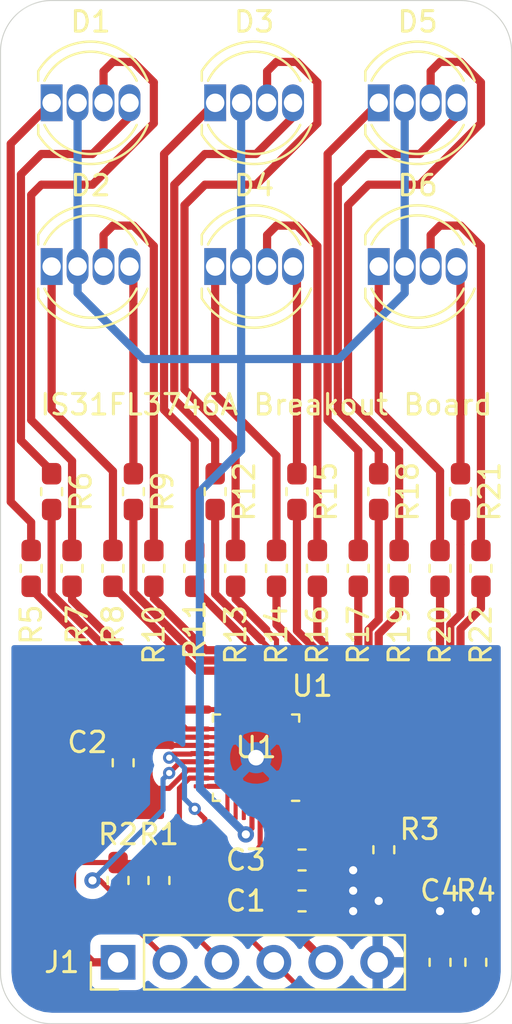
<source format=kicad_pcb>
(kicad_pcb (version 20171130) (host pcbnew "(5.1.4)-1")

  (general
    (thickness 1.6)
    (drawings 12)
    (tracks 306)
    (zones 0)
    (modules 34)
    (nets 48)
  )

  (page A4)
  (layers
    (0 F.Cu signal)
    (31 B.Cu signal)
    (32 B.Adhes user)
    (33 F.Adhes user)
    (34 B.Paste user)
    (35 F.Paste user)
    (36 B.SilkS user)
    (37 F.SilkS user)
    (38 B.Mask user)
    (39 F.Mask user)
    (40 Dwgs.User user)
    (41 Cmts.User user)
    (42 Eco1.User user)
    (43 Eco2.User user)
    (44 Edge.Cuts user)
    (45 Margin user)
    (46 B.CrtYd user)
    (47 F.CrtYd user)
    (48 B.Fab user)
    (49 F.Fab user hide)
  )

  (setup
    (last_trace_width 0.25)
    (user_trace_width 0.4)
    (trace_clearance 0.1)
    (zone_clearance 0.508)
    (zone_45_only no)
    (trace_min 0.2)
    (via_size 0.8)
    (via_drill 0.4)
    (via_min_size 0.4)
    (via_min_drill 0.3)
    (user_via 0.6 0.3)
    (blind_buried_vias_allowed yes)
    (uvia_size 0.3)
    (uvia_drill 0.1)
    (uvias_allowed no)
    (uvia_min_size 0.2)
    (uvia_min_drill 0.1)
    (edge_width 0.05)
    (segment_width 0.2)
    (pcb_text_width 0.3)
    (pcb_text_size 1.5 1.5)
    (mod_edge_width 0.12)
    (mod_text_size 1 1)
    (mod_text_width 0.15)
    (pad_size 1.524 1.524)
    (pad_drill 0.762)
    (pad_to_mask_clearance 0.0508)
    (solder_mask_min_width 0.101)
    (aux_axis_origin 0 0)
    (visible_elements 7FFFFFFF)
    (pcbplotparams
      (layerselection 0x010f0_ffffffff)
      (usegerberextensions false)
      (usegerberattributes false)
      (usegerberadvancedattributes false)
      (creategerberjobfile false)
      (excludeedgelayer true)
      (linewidth 0.100000)
      (plotframeref false)
      (viasonmask false)
      (mode 1)
      (useauxorigin false)
      (hpglpennumber 1)
      (hpglpenspeed 20)
      (hpglpendiameter 15.000000)
      (psnegative false)
      (psa4output false)
      (plotreference true)
      (plotvalue true)
      (plotinvisibletext false)
      (padsonsilk false)
      (subtractmaskfromsilk false)
      (outputformat 1)
      (mirror false)
      (drillshape 0)
      (scaleselection 1)
      (outputdirectory "QAZ_IS31FL3746A_breakoutboard_out/"))
  )

  (net 0 "")
  (net 1 GND)
  (net 2 +5V)
  (net 3 +3V3)
  (net 4 /SDB)
  (net 5 "Net-(D1-Pad4)")
  (net 6 "Net-(D1-Pad3)")
  (net 7 /SW1)
  (net 8 "Net-(D1-Pad1)")
  (net 9 "Net-(D2-Pad4)")
  (net 10 "Net-(D2-Pad3)")
  (net 11 "Net-(D2-Pad1)")
  (net 12 "Net-(D3-Pad4)")
  (net 13 "Net-(D3-Pad3)")
  (net 14 "Net-(D3-Pad1)")
  (net 15 "Net-(D4-Pad4)")
  (net 16 "Net-(D4-Pad3)")
  (net 17 "Net-(D4-Pad1)")
  (net 18 "Net-(D5-Pad4)")
  (net 19 "Net-(D5-Pad3)")
  (net 20 "Net-(D5-Pad1)")
  (net 21 "Net-(D6-Pad4)")
  (net 22 "Net-(D6-Pad3)")
  (net 23 "Net-(D6-Pad1)")
  (net 24 /SCL)
  (net 25 /SDA)
  (net 26 "Net-(R3-Pad1)")
  (net 27 /CS18)
  (net 28 /CS17)
  (net 29 /CS16)
  (net 30 /CS15)
  (net 31 /CS14)
  (net 32 /CS13)
  (net 33 /CS12)
  (net 34 /CS11)
  (net 35 /CS10)
  (net 36 /CS9)
  (net 37 /CS8)
  (net 38 /CS7)
  (net 39 /CS6)
  (net 40 /CS5)
  (net 41 /CS4)
  (net 42 /CS3)
  (net 43 /CS2)
  (net 44 /CS1)
  (net 45 "Net-(U1-Pad27)")
  (net 46 "Net-(U1-Pad26)")
  (net 47 "Net-(U1-Pad25)")

  (net_class Default "This is the default net class."
    (clearance 0.1)
    (trace_width 0.25)
    (via_dia 0.8)
    (via_drill 0.4)
    (uvia_dia 0.3)
    (uvia_drill 0.1)
    (add_net +3V3)
    (add_net +5V)
    (add_net /CS1)
    (add_net /CS10)
    (add_net /CS11)
    (add_net /CS12)
    (add_net /CS13)
    (add_net /CS14)
    (add_net /CS15)
    (add_net /CS16)
    (add_net /CS17)
    (add_net /CS18)
    (add_net /CS2)
    (add_net /CS3)
    (add_net /CS4)
    (add_net /CS5)
    (add_net /CS6)
    (add_net /CS7)
    (add_net /CS8)
    (add_net /CS9)
    (add_net /SCL)
    (add_net /SDA)
    (add_net /SDB)
    (add_net /SW1)
    (add_net GND)
    (add_net "Net-(D1-Pad1)")
    (add_net "Net-(D1-Pad3)")
    (add_net "Net-(D1-Pad4)")
    (add_net "Net-(D2-Pad1)")
    (add_net "Net-(D2-Pad3)")
    (add_net "Net-(D2-Pad4)")
    (add_net "Net-(D3-Pad1)")
    (add_net "Net-(D3-Pad3)")
    (add_net "Net-(D3-Pad4)")
    (add_net "Net-(D4-Pad1)")
    (add_net "Net-(D4-Pad3)")
    (add_net "Net-(D4-Pad4)")
    (add_net "Net-(D5-Pad1)")
    (add_net "Net-(D5-Pad3)")
    (add_net "Net-(D5-Pad4)")
    (add_net "Net-(D6-Pad1)")
    (add_net "Net-(D6-Pad3)")
    (add_net "Net-(D6-Pad4)")
    (add_net "Net-(R3-Pad1)")
    (add_net "Net-(U1-Pad25)")
    (add_net "Net-(U1-Pad26)")
    (add_net "Net-(U1-Pad27)")
  )

  (module Connector_PinHeader_2.54mm:PinHeader_1x06_P2.54mm_Vertical (layer F.Cu) (tedit 59FED5CC) (tstamp 6099C60B)
    (at 132.75 76 90)
    (descr "Through hole straight pin header, 1x06, 2.54mm pitch, single row")
    (tags "Through hole pin header THT 1x06 2.54mm single row")
    (path /60BD516C)
    (fp_text reference J1 (at 0 -2.75 180) (layer F.SilkS)
      (effects (font (size 1 1) (thickness 0.15)))
    )
    (fp_text value Conn_01x06 (at 0 15.03 90) (layer F.Fab)
      (effects (font (size 1 1) (thickness 0.15)))
    )
    (fp_line (start -0.635 -1.27) (end 1.27 -1.27) (layer F.Fab) (width 0.1))
    (fp_line (start 1.27 -1.27) (end 1.27 13.97) (layer F.Fab) (width 0.1))
    (fp_line (start 1.27 13.97) (end -1.27 13.97) (layer F.Fab) (width 0.1))
    (fp_line (start -1.27 13.97) (end -1.27 -0.635) (layer F.Fab) (width 0.1))
    (fp_line (start -1.27 -0.635) (end -0.635 -1.27) (layer F.Fab) (width 0.1))
    (fp_line (start -1.33 14.03) (end 1.33 14.03) (layer F.SilkS) (width 0.12))
    (fp_line (start -1.33 1.27) (end -1.33 14.03) (layer F.SilkS) (width 0.12))
    (fp_line (start 1.33 1.27) (end 1.33 14.03) (layer F.SilkS) (width 0.12))
    (fp_line (start -1.33 1.27) (end 1.33 1.27) (layer F.SilkS) (width 0.12))
    (fp_line (start -1.33 0) (end -1.33 -1.33) (layer F.SilkS) (width 0.12))
    (fp_line (start -1.33 -1.33) (end 0 -1.33) (layer F.SilkS) (width 0.12))
    (fp_line (start -1.8 -1.8) (end -1.8 14.5) (layer F.CrtYd) (width 0.05))
    (fp_line (start -1.8 14.5) (end 1.8 14.5) (layer F.CrtYd) (width 0.05))
    (fp_line (start 1.8 14.5) (end 1.8 -1.8) (layer F.CrtYd) (width 0.05))
    (fp_line (start 1.8 -1.8) (end -1.8 -1.8) (layer F.CrtYd) (width 0.05))
    (fp_text user %R (at 0 6.35) (layer F.Fab)
      (effects (font (size 1 1) (thickness 0.15)))
    )
    (pad 6 thru_hole oval (at 0 12.7 90) (size 1.7 1.7) (drill 1) (layers *.Cu *.Mask)
      (net 1 GND))
    (pad 5 thru_hole oval (at 0 10.16 90) (size 1.7 1.7) (drill 1) (layers *.Cu *.Mask)
      (net 2 +5V))
    (pad 4 thru_hole oval (at 0 7.62 90) (size 1.7 1.7) (drill 1) (layers *.Cu *.Mask)
      (net 4 /SDB))
    (pad 3 thru_hole oval (at 0 5.08 90) (size 1.7 1.7) (drill 1) (layers *.Cu *.Mask)
      (net 25 /SDA))
    (pad 2 thru_hole oval (at 0 2.54 90) (size 1.7 1.7) (drill 1) (layers *.Cu *.Mask)
      (net 24 /SCL))
    (pad 1 thru_hole rect (at 0 0 90) (size 1.7 1.7) (drill 1) (layers *.Cu *.Mask)
      (net 3 +3V3))
    (model ${KISYS3DMOD}/Connector_PinHeader_2.54mm.3dshapes/PinHeader_1x06_P2.54mm_Vertical.wrl
      (at (xyz 0 0 0))
      (scale (xyz 1 1 1))
      (rotate (xyz 0 0 0))
    )
  )

  (module QAZ_lib:QFN-32-1EP_4x4mm_P0.4mm_EP2.9x2.9mm_HS (layer F.Cu) (tedit 6099485A) (tstamp 609A96BD)
    (at 139.5 66 180)
    (path /60B21807)
    (fp_text reference U1 (at 0 0.5) (layer F.SilkS)
      (effects (font (size 1 1) (thickness 0.15)))
    )
    (fp_text value IS31FL3746A (at 0 -0.5) (layer F.Fab)
      (effects (font (size 1 1) (thickness 0.15)))
    )
    (fp_line (start 2.6 -2.6) (end -2.6 -2.6) (layer F.CrtYd) (width 0.05))
    (fp_line (start 2 -2) (end 2 2) (layer F.Fab) (width 0.1))
    (fp_line (start 2.6 2.6) (end 2.6 -2.6) (layer F.CrtYd) (width 0.05))
    (fp_line (start -1.76 2.11) (end -2.11 2.11) (layer F.SilkS) (width 0.12))
    (fp_line (start 2 2) (end -2 2) (layer F.Fab) (width 0.1))
    (fp_line (start 1.76 -2.11) (end 2.11 -2.11) (layer F.SilkS) (width 0.12))
    (fp_line (start -2.6 -2.6) (end -2.6 2.6) (layer F.CrtYd) (width 0.05))
    (fp_line (start -2 -1) (end -1 -2) (layer F.Fab) (width 0.1))
    (fp_line (start -1 -2) (end 2 -2) (layer F.Fab) (width 0.1))
    (fp_line (start -2 2) (end -2 -1) (layer F.Fab) (width 0.1))
    (fp_line (start -2.6 2.6) (end 2.6 2.6) (layer F.CrtYd) (width 0.05))
    (fp_line (start 2.11 -2.11) (end 2.11 -1.76) (layer F.SilkS) (width 0.12))
    (fp_line (start 1.76 2.11) (end 2.11 2.11) (layer F.SilkS) (width 0.12))
    (fp_line (start -1.76 -2.11) (end -2.11 -2.11) (layer F.SilkS) (width 0.12))
    (fp_line (start -2.11 2.11) (end -2.11 1.76) (layer F.SilkS) (width 0.12))
    (fp_line (start 2.11 2.11) (end 2.11 1.76) (layer F.SilkS) (width 0.12))
    (fp_text user U1 (at -2.75 3.5) (layer F.SilkS)
      (effects (font (size 1 1) (thickness 0.15)))
    )
    (fp_text user %R (at 0 0) (layer F.Fab)
      (effects (font (size 1 1) (thickness 0.15)))
    )
    (pad 33 thru_hole circle (at 0 0 180) (size 1.524 1.524) (drill 0.762) (layers *.Cu *.Mask)
      (net 1 GND))
    (pad 22 smd roundrect (at 2.35 -0.6 180) (size 1.4 0.2) (layers F.Cu F.Paste F.Mask) (roundrect_rratio 0.25)
      (net 1 GND))
    (pad 26 smd roundrect (at 1 -2.35 180) (size 0.2 1.4) (layers F.Cu F.Paste F.Mask) (roundrect_rratio 0.25)
      (net 46 "Net-(U1-Pad26)"))
    (pad 29 smd roundrect (at -0.2 -2.35 180) (size 0.2 1.4) (layers F.Cu F.Paste F.Mask) (roundrect_rratio 0.25)
      (net 2 +5V))
    (pad 30 smd roundrect (at -0.6 -2.35 180) (size 0.2 1.4) (layers F.Cu F.Paste F.Mask) (roundrect_rratio 0.25)
      (net 1 GND))
    (pad "" smd roundrect (at -0.725 0.725 180) (size 1.17 1.17) (layers F.Paste) (roundrect_rratio 0.213675))
    (pad 4 smd roundrect (at -2.35 -0.2 180) (size 1.4 0.2) (layers F.Cu F.Paste F.Mask) (roundrect_rratio 0.25)
      (net 40 /CS5))
    (pad 7 smd roundrect (at -2.35 1 180) (size 1.4 0.2) (layers F.Cu F.Paste F.Mask) (roundrect_rratio 0.25)
      (net 37 /CS8))
    (pad "" smd roundrect (at 0.725 0.725 180) (size 1.17 1.17) (layers F.Paste) (roundrect_rratio 0.213675))
    (pad 11 smd roundrect (at -0.6 2.35 180) (size 0.2 1.4) (layers F.Cu F.Paste F.Mask) (roundrect_rratio 0.25)
      (net 34 /CS11))
    (pad 13 smd roundrect (at 0.2 2.35 180) (size 0.2 1.4) (layers F.Cu F.Paste F.Mask) (roundrect_rratio 0.25)
      (net 32 /CS13))
    (pad 17 smd roundrect (at 2.35 1.4 180) (size 1.4 0.2) (layers F.Cu F.Paste F.Mask) (roundrect_rratio 0.25)
      (net 28 /CS17))
    (pad 20 smd roundrect (at 2.35 0.2 180) (size 1.4 0.2) (layers F.Cu F.Paste F.Mask) (roundrect_rratio 0.25)
      (net 4 /SDB))
    (pad "" smd roundrect (at 0.725 -0.725 180) (size 1.17 1.17) (layers F.Paste) (roundrect_rratio 0.213675))
    (pad 12 smd roundrect (at -0.2 2.35 180) (size 0.2 1.4) (layers F.Cu F.Paste F.Mask) (roundrect_rratio 0.25)
      (net 33 /CS12))
    (pad 23 smd roundrect (at 2.35 -1 180) (size 1.4 0.2) (layers F.Cu F.Paste F.Mask) (roundrect_rratio 0.25)
      (net 25 /SDA))
    (pad 24 smd roundrect (at 2.35 -1.4 180) (size 1.4 0.2) (layers F.Cu F.Paste F.Mask) (roundrect_rratio 0.25)
      (net 1 GND))
    (pad 25 smd roundrect (at 1.4 -2.35 180) (size 0.2 1.4) (layers F.Cu F.Paste F.Mask) (roundrect_rratio 0.25)
      (net 47 "Net-(U1-Pad25)"))
    (pad 32 smd roundrect (at -1.4 -2.35 180) (size 0.2 1.4) (layers F.Cu F.Paste F.Mask) (roundrect_rratio 0.25)
      (net 44 /CS1))
    (pad 8 smd roundrect (at -2.35 1.4 180) (size 1.4 0.2) (layers F.Cu F.Paste F.Mask) (roundrect_rratio 0.25)
      (net 36 /CS9))
    (pad "" smd roundrect (at -0.725 -0.725 180) (size 1.17 1.17) (layers F.Paste) (roundrect_rratio 0.213675))
    (pad 10 smd roundrect (at -1 2.35 180) (size 0.2 1.4) (layers F.Cu F.Paste F.Mask) (roundrect_rratio 0.25)
      (net 35 /CS10))
    (pad 3 smd roundrect (at -2.35 -0.6 180) (size 1.4 0.2) (layers F.Cu F.Paste F.Mask) (roundrect_rratio 0.25)
      (net 41 /CS4))
    (pad 16 smd roundrect (at 1.4 2.35 180) (size 0.2 1.4) (layers F.Cu F.Paste F.Mask) (roundrect_rratio 0.25)
      (net 29 /CS16))
    (pad 27 smd roundrect (at 0.6 -2.35 180) (size 0.2 1.4) (layers F.Cu F.Paste F.Mask) (roundrect_rratio 0.25)
      (net 45 "Net-(U1-Pad27)"))
    (pad 28 smd roundrect (at 0.2 -2.35 180) (size 0.2 1.4) (layers F.Cu F.Paste F.Mask) (roundrect_rratio 0.25)
      (net 7 /SW1))
    (pad 31 smd roundrect (at -1 -2.35 180) (size 0.2 1.4) (layers F.Cu F.Paste F.Mask) (roundrect_rratio 0.25)
      (net 26 "Net-(R3-Pad1)"))
    (pad 5 smd roundrect (at -2.35 0.2 180) (size 1.4 0.2) (layers F.Cu F.Paste F.Mask) (roundrect_rratio 0.25)
      (net 39 /CS6))
    (pad 18 smd roundrect (at 2.35 1 180) (size 1.4 0.2) (layers F.Cu F.Paste F.Mask) (roundrect_rratio 0.25)
      (net 27 /CS18))
    (pad 1 smd roundrect (at -2.35 -1.4 180) (size 1.4 0.2) (layers F.Cu F.Paste F.Mask) (roundrect_rratio 0.25)
      (net 43 /CS2))
    (pad 14 smd roundrect (at 0.6 2.35 180) (size 0.2 1.4) (layers F.Cu F.Paste F.Mask) (roundrect_rratio 0.25)
      (net 31 /CS14))
    (pad 2 smd roundrect (at -2.35 -1 180) (size 1.4 0.2) (layers F.Cu F.Paste F.Mask) (roundrect_rratio 0.25)
      (net 42 /CS3))
    (pad 15 smd roundrect (at 1 2.35 180) (size 0.2 1.4) (layers F.Cu F.Paste F.Mask) (roundrect_rratio 0.25)
      (net 30 /CS15))
    (pad 21 smd roundrect (at 2.35 -0.2 180) (size 1.4 0.2) (layers F.Cu F.Paste F.Mask) (roundrect_rratio 0.25)
      (net 24 /SCL))
    (pad 33 smd roundrect (at 0 0 180) (size 2.8 2.8) (layers F.Cu F.Mask) (roundrect_rratio 0.08599999999999999)
      (net 1 GND))
    (pad 6 smd roundrect (at -2.35 0.6 180) (size 1.4 0.2) (layers F.Cu F.Paste F.Mask) (roundrect_rratio 0.25)
      (net 38 /CS7))
    (pad 9 smd roundrect (at -1.4 2.35 180) (size 0.2 1.4) (layers F.Cu F.Paste F.Mask) (roundrect_rratio 0.25)
      (net 1 GND))
    (pad 19 smd roundrect (at 2.35 0.6 180) (size 1.4 0.2) (layers F.Cu F.Paste F.Mask) (roundrect_rratio 0.25)
      (net 3 +3V3))
  )

  (module Resistor_SMD:R_0603_1608Metric_Pad1.05x0.95mm_HandSolder (layer F.Cu) (tedit 5B301BBD) (tstamp 609989E1)
    (at 150.5 56.75 270)
    (descr "Resistor SMD 0603 (1608 Metric), square (rectangular) end terminal, IPC_7351 nominal with elongated pad for handsoldering. (Body size source: http://www.tortai-tech.com/upload/download/2011102023233369053.pdf), generated with kicad-footprint-generator")
    (tags "resistor handsolder")
    (path /60A24B0F)
    (attr smd)
    (fp_text reference R22 (at 3.25 0 90) (layer F.SilkS)
      (effects (font (size 1 1) (thickness 0.15)))
    )
    (fp_text value 20Ω (at 0 1.43 90) (layer F.Fab)
      (effects (font (size 1 1) (thickness 0.15)))
    )
    (fp_line (start -0.8 0.4) (end -0.8 -0.4) (layer F.Fab) (width 0.1))
    (fp_line (start -0.8 -0.4) (end 0.8 -0.4) (layer F.Fab) (width 0.1))
    (fp_line (start 0.8 -0.4) (end 0.8 0.4) (layer F.Fab) (width 0.1))
    (fp_line (start 0.8 0.4) (end -0.8 0.4) (layer F.Fab) (width 0.1))
    (fp_line (start -0.171267 -0.51) (end 0.171267 -0.51) (layer F.SilkS) (width 0.12))
    (fp_line (start -0.171267 0.51) (end 0.171267 0.51) (layer F.SilkS) (width 0.12))
    (fp_line (start -1.65 0.73) (end -1.65 -0.73) (layer F.CrtYd) (width 0.05))
    (fp_line (start -1.65 -0.73) (end 1.65 -0.73) (layer F.CrtYd) (width 0.05))
    (fp_line (start 1.65 -0.73) (end 1.65 0.73) (layer F.CrtYd) (width 0.05))
    (fp_line (start 1.65 0.73) (end -1.65 0.73) (layer F.CrtYd) (width 0.05))
    (fp_text user %R (at 0 0 90) (layer F.Fab)
      (effects (font (size 0.4 0.4) (thickness 0.06)))
    )
    (pad 2 smd roundrect (at 0.875 0 270) (size 1.05 0.95) (layers F.Cu F.Paste F.Mask) (roundrect_rratio 0.25)
      (net 44 /CS1))
    (pad 1 smd roundrect (at -0.875 0 270) (size 1.05 0.95) (layers F.Cu F.Paste F.Mask) (roundrect_rratio 0.25)
      (net 22 "Net-(D6-Pad3)"))
    (model ${KISYS3DMOD}/Resistor_SMD.3dshapes/R_0603_1608Metric.wrl
      (at (xyz 0 0 0))
      (scale (xyz 1 1 1))
      (rotate (xyz 0 0 0))
    )
  )

  (module Resistor_SMD:R_0603_1608Metric_Pad1.05x0.95mm_HandSolder (layer F.Cu) (tedit 5B301BBD) (tstamp 609989D0)
    (at 149.5 53 270)
    (descr "Resistor SMD 0603 (1608 Metric), square (rectangular) end terminal, IPC_7351 nominal with elongated pad for handsoldering. (Body size source: http://www.tortai-tech.com/upload/download/2011102023233369053.pdf), generated with kicad-footprint-generator")
    (tags "resistor handsolder")
    (path /60A24B06)
    (attr smd)
    (fp_text reference R21 (at 0 -1.43 90) (layer F.SilkS)
      (effects (font (size 1 1) (thickness 0.15)))
    )
    (fp_text value 20Ω (at 0 1.43 90) (layer F.Fab)
      (effects (font (size 1 1) (thickness 0.15)))
    )
    (fp_line (start -0.8 0.4) (end -0.8 -0.4) (layer F.Fab) (width 0.1))
    (fp_line (start -0.8 -0.4) (end 0.8 -0.4) (layer F.Fab) (width 0.1))
    (fp_line (start 0.8 -0.4) (end 0.8 0.4) (layer F.Fab) (width 0.1))
    (fp_line (start 0.8 0.4) (end -0.8 0.4) (layer F.Fab) (width 0.1))
    (fp_line (start -0.171267 -0.51) (end 0.171267 -0.51) (layer F.SilkS) (width 0.12))
    (fp_line (start -0.171267 0.51) (end 0.171267 0.51) (layer F.SilkS) (width 0.12))
    (fp_line (start -1.65 0.73) (end -1.65 -0.73) (layer F.CrtYd) (width 0.05))
    (fp_line (start -1.65 -0.73) (end 1.65 -0.73) (layer F.CrtYd) (width 0.05))
    (fp_line (start 1.65 -0.73) (end 1.65 0.73) (layer F.CrtYd) (width 0.05))
    (fp_line (start 1.65 0.73) (end -1.65 0.73) (layer F.CrtYd) (width 0.05))
    (fp_text user %R (at 0 0 90) (layer F.Fab)
      (effects (font (size 0.4 0.4) (thickness 0.06)))
    )
    (pad 2 smd roundrect (at 0.875 0 270) (size 1.05 0.95) (layers F.Cu F.Paste F.Mask) (roundrect_rratio 0.25)
      (net 43 /CS2))
    (pad 1 smd roundrect (at -0.875 0 270) (size 1.05 0.95) (layers F.Cu F.Paste F.Mask) (roundrect_rratio 0.25)
      (net 21 "Net-(D6-Pad4)"))
    (model ${KISYS3DMOD}/Resistor_SMD.3dshapes/R_0603_1608Metric.wrl
      (at (xyz 0 0 0))
      (scale (xyz 1 1 1))
      (rotate (xyz 0 0 0))
    )
  )

  (module Resistor_SMD:R_0603_1608Metric_Pad1.05x0.95mm_HandSolder (layer F.Cu) (tedit 5B301BBD) (tstamp 609989BF)
    (at 148.5 56.75 270)
    (descr "Resistor SMD 0603 (1608 Metric), square (rectangular) end terminal, IPC_7351 nominal with elongated pad for handsoldering. (Body size source: http://www.tortai-tech.com/upload/download/2011102023233369053.pdf), generated with kicad-footprint-generator")
    (tags "resistor handsolder")
    (path /60A24AFD)
    (attr smd)
    (fp_text reference R20 (at 3.25 0 90) (layer F.SilkS)
      (effects (font (size 1 1) (thickness 0.15)))
    )
    (fp_text value 51Ω (at 0 1.43 90) (layer F.Fab)
      (effects (font (size 1 1) (thickness 0.15)))
    )
    (fp_line (start -0.8 0.4) (end -0.8 -0.4) (layer F.Fab) (width 0.1))
    (fp_line (start -0.8 -0.4) (end 0.8 -0.4) (layer F.Fab) (width 0.1))
    (fp_line (start 0.8 -0.4) (end 0.8 0.4) (layer F.Fab) (width 0.1))
    (fp_line (start 0.8 0.4) (end -0.8 0.4) (layer F.Fab) (width 0.1))
    (fp_line (start -0.171267 -0.51) (end 0.171267 -0.51) (layer F.SilkS) (width 0.12))
    (fp_line (start -0.171267 0.51) (end 0.171267 0.51) (layer F.SilkS) (width 0.12))
    (fp_line (start -1.65 0.73) (end -1.65 -0.73) (layer F.CrtYd) (width 0.05))
    (fp_line (start -1.65 -0.73) (end 1.65 -0.73) (layer F.CrtYd) (width 0.05))
    (fp_line (start 1.65 -0.73) (end 1.65 0.73) (layer F.CrtYd) (width 0.05))
    (fp_line (start 1.65 0.73) (end -1.65 0.73) (layer F.CrtYd) (width 0.05))
    (fp_text user %R (at 0 0 90) (layer F.Fab)
      (effects (font (size 0.4 0.4) (thickness 0.06)))
    )
    (pad 2 smd roundrect (at 0.875 0 270) (size 1.05 0.95) (layers F.Cu F.Paste F.Mask) (roundrect_rratio 0.25)
      (net 42 /CS3))
    (pad 1 smd roundrect (at -0.875 0 270) (size 1.05 0.95) (layers F.Cu F.Paste F.Mask) (roundrect_rratio 0.25)
      (net 23 "Net-(D6-Pad1)"))
    (model ${KISYS3DMOD}/Resistor_SMD.3dshapes/R_0603_1608Metric.wrl
      (at (xyz 0 0 0))
      (scale (xyz 1 1 1))
      (rotate (xyz 0 0 0))
    )
  )

  (module Resistor_SMD:R_0603_1608Metric_Pad1.05x0.95mm_HandSolder (layer F.Cu) (tedit 5B301BBD) (tstamp 609989AE)
    (at 146.5 56.75 270)
    (descr "Resistor SMD 0603 (1608 Metric), square (rectangular) end terminal, IPC_7351 nominal with elongated pad for handsoldering. (Body size source: http://www.tortai-tech.com/upload/download/2011102023233369053.pdf), generated with kicad-footprint-generator")
    (tags "resistor handsolder")
    (path /60A14EC1)
    (attr smd)
    (fp_text reference R19 (at 3.25 0 90) (layer F.SilkS)
      (effects (font (size 1 1) (thickness 0.15)))
    )
    (fp_text value 20Ω (at 0 1.43 90) (layer F.Fab)
      (effects (font (size 1 1) (thickness 0.15)))
    )
    (fp_line (start -0.8 0.4) (end -0.8 -0.4) (layer F.Fab) (width 0.1))
    (fp_line (start -0.8 -0.4) (end 0.8 -0.4) (layer F.Fab) (width 0.1))
    (fp_line (start 0.8 -0.4) (end 0.8 0.4) (layer F.Fab) (width 0.1))
    (fp_line (start 0.8 0.4) (end -0.8 0.4) (layer F.Fab) (width 0.1))
    (fp_line (start -0.171267 -0.51) (end 0.171267 -0.51) (layer F.SilkS) (width 0.12))
    (fp_line (start -0.171267 0.51) (end 0.171267 0.51) (layer F.SilkS) (width 0.12))
    (fp_line (start -1.65 0.73) (end -1.65 -0.73) (layer F.CrtYd) (width 0.05))
    (fp_line (start -1.65 -0.73) (end 1.65 -0.73) (layer F.CrtYd) (width 0.05))
    (fp_line (start 1.65 -0.73) (end 1.65 0.73) (layer F.CrtYd) (width 0.05))
    (fp_line (start 1.65 0.73) (end -1.65 0.73) (layer F.CrtYd) (width 0.05))
    (fp_text user %R (at 0 0 90) (layer F.Fab)
      (effects (font (size 0.4 0.4) (thickness 0.06)))
    )
    (pad 2 smd roundrect (at 0.875 0 270) (size 1.05 0.95) (layers F.Cu F.Paste F.Mask) (roundrect_rratio 0.25)
      (net 41 /CS4))
    (pad 1 smd roundrect (at -0.875 0 270) (size 1.05 0.95) (layers F.Cu F.Paste F.Mask) (roundrect_rratio 0.25)
      (net 19 "Net-(D5-Pad3)"))
    (model ${KISYS3DMOD}/Resistor_SMD.3dshapes/R_0603_1608Metric.wrl
      (at (xyz 0 0 0))
      (scale (xyz 1 1 1))
      (rotate (xyz 0 0 0))
    )
  )

  (module Resistor_SMD:R_0603_1608Metric_Pad1.05x0.95mm_HandSolder (layer F.Cu) (tedit 5B301BBD) (tstamp 6099899D)
    (at 145.5 53 270)
    (descr "Resistor SMD 0603 (1608 Metric), square (rectangular) end terminal, IPC_7351 nominal with elongated pad for handsoldering. (Body size source: http://www.tortai-tech.com/upload/download/2011102023233369053.pdf), generated with kicad-footprint-generator")
    (tags "resistor handsolder")
    (path /60A14EB8)
    (attr smd)
    (fp_text reference R18 (at 0 -1.43 90) (layer F.SilkS)
      (effects (font (size 1 1) (thickness 0.15)))
    )
    (fp_text value 20Ω (at 0 1.43 90) (layer F.Fab)
      (effects (font (size 1 1) (thickness 0.15)))
    )
    (fp_line (start -0.8 0.4) (end -0.8 -0.4) (layer F.Fab) (width 0.1))
    (fp_line (start -0.8 -0.4) (end 0.8 -0.4) (layer F.Fab) (width 0.1))
    (fp_line (start 0.8 -0.4) (end 0.8 0.4) (layer F.Fab) (width 0.1))
    (fp_line (start 0.8 0.4) (end -0.8 0.4) (layer F.Fab) (width 0.1))
    (fp_line (start -0.171267 -0.51) (end 0.171267 -0.51) (layer F.SilkS) (width 0.12))
    (fp_line (start -0.171267 0.51) (end 0.171267 0.51) (layer F.SilkS) (width 0.12))
    (fp_line (start -1.65 0.73) (end -1.65 -0.73) (layer F.CrtYd) (width 0.05))
    (fp_line (start -1.65 -0.73) (end 1.65 -0.73) (layer F.CrtYd) (width 0.05))
    (fp_line (start 1.65 -0.73) (end 1.65 0.73) (layer F.CrtYd) (width 0.05))
    (fp_line (start 1.65 0.73) (end -1.65 0.73) (layer F.CrtYd) (width 0.05))
    (fp_text user %R (at 0 0 90) (layer F.Fab)
      (effects (font (size 0.4 0.4) (thickness 0.06)))
    )
    (pad 2 smd roundrect (at 0.875 0 270) (size 1.05 0.95) (layers F.Cu F.Paste F.Mask) (roundrect_rratio 0.25)
      (net 40 /CS5))
    (pad 1 smd roundrect (at -0.875 0 270) (size 1.05 0.95) (layers F.Cu F.Paste F.Mask) (roundrect_rratio 0.25)
      (net 18 "Net-(D5-Pad4)"))
    (model ${KISYS3DMOD}/Resistor_SMD.3dshapes/R_0603_1608Metric.wrl
      (at (xyz 0 0 0))
      (scale (xyz 1 1 1))
      (rotate (xyz 0 0 0))
    )
  )

  (module Resistor_SMD:R_0603_1608Metric_Pad1.05x0.95mm_HandSolder (layer F.Cu) (tedit 5B301BBD) (tstamp 6099898C)
    (at 144.5 56.75 270)
    (descr "Resistor SMD 0603 (1608 Metric), square (rectangular) end terminal, IPC_7351 nominal with elongated pad for handsoldering. (Body size source: http://www.tortai-tech.com/upload/download/2011102023233369053.pdf), generated with kicad-footprint-generator")
    (tags "resistor handsolder")
    (path /60A14EAF)
    (attr smd)
    (fp_text reference R17 (at 3.25 0 90) (layer F.SilkS)
      (effects (font (size 1 1) (thickness 0.15)))
    )
    (fp_text value 51Ω (at 0 1.43 90) (layer F.Fab)
      (effects (font (size 1 1) (thickness 0.15)))
    )
    (fp_line (start -0.8 0.4) (end -0.8 -0.4) (layer F.Fab) (width 0.1))
    (fp_line (start -0.8 -0.4) (end 0.8 -0.4) (layer F.Fab) (width 0.1))
    (fp_line (start 0.8 -0.4) (end 0.8 0.4) (layer F.Fab) (width 0.1))
    (fp_line (start 0.8 0.4) (end -0.8 0.4) (layer F.Fab) (width 0.1))
    (fp_line (start -0.171267 -0.51) (end 0.171267 -0.51) (layer F.SilkS) (width 0.12))
    (fp_line (start -0.171267 0.51) (end 0.171267 0.51) (layer F.SilkS) (width 0.12))
    (fp_line (start -1.65 0.73) (end -1.65 -0.73) (layer F.CrtYd) (width 0.05))
    (fp_line (start -1.65 -0.73) (end 1.65 -0.73) (layer F.CrtYd) (width 0.05))
    (fp_line (start 1.65 -0.73) (end 1.65 0.73) (layer F.CrtYd) (width 0.05))
    (fp_line (start 1.65 0.73) (end -1.65 0.73) (layer F.CrtYd) (width 0.05))
    (fp_text user %R (at 0 0 90) (layer F.Fab)
      (effects (font (size 0.4 0.4) (thickness 0.06)))
    )
    (pad 2 smd roundrect (at 0.875 0 270) (size 1.05 0.95) (layers F.Cu F.Paste F.Mask) (roundrect_rratio 0.25)
      (net 39 /CS6))
    (pad 1 smd roundrect (at -0.875 0 270) (size 1.05 0.95) (layers F.Cu F.Paste F.Mask) (roundrect_rratio 0.25)
      (net 20 "Net-(D5-Pad1)"))
    (model ${KISYS3DMOD}/Resistor_SMD.3dshapes/R_0603_1608Metric.wrl
      (at (xyz 0 0 0))
      (scale (xyz 1 1 1))
      (rotate (xyz 0 0 0))
    )
  )

  (module Resistor_SMD:R_0603_1608Metric_Pad1.05x0.95mm_HandSolder (layer F.Cu) (tedit 5B301BBD) (tstamp 6099897B)
    (at 142.5 56.75 270)
    (descr "Resistor SMD 0603 (1608 Metric), square (rectangular) end terminal, IPC_7351 nominal with elongated pad for handsoldering. (Body size source: http://www.tortai-tech.com/upload/download/2011102023233369053.pdf), generated with kicad-footprint-generator")
    (tags "resistor handsolder")
    (path /60A056B0)
    (attr smd)
    (fp_text reference R16 (at 3.25 0 90) (layer F.SilkS)
      (effects (font (size 1 1) (thickness 0.15)))
    )
    (fp_text value 20Ω (at 0 1.43 90) (layer F.Fab)
      (effects (font (size 1 1) (thickness 0.15)))
    )
    (fp_line (start -0.8 0.4) (end -0.8 -0.4) (layer F.Fab) (width 0.1))
    (fp_line (start -0.8 -0.4) (end 0.8 -0.4) (layer F.Fab) (width 0.1))
    (fp_line (start 0.8 -0.4) (end 0.8 0.4) (layer F.Fab) (width 0.1))
    (fp_line (start 0.8 0.4) (end -0.8 0.4) (layer F.Fab) (width 0.1))
    (fp_line (start -0.171267 -0.51) (end 0.171267 -0.51) (layer F.SilkS) (width 0.12))
    (fp_line (start -0.171267 0.51) (end 0.171267 0.51) (layer F.SilkS) (width 0.12))
    (fp_line (start -1.65 0.73) (end -1.65 -0.73) (layer F.CrtYd) (width 0.05))
    (fp_line (start -1.65 -0.73) (end 1.65 -0.73) (layer F.CrtYd) (width 0.05))
    (fp_line (start 1.65 -0.73) (end 1.65 0.73) (layer F.CrtYd) (width 0.05))
    (fp_line (start 1.65 0.73) (end -1.65 0.73) (layer F.CrtYd) (width 0.05))
    (fp_text user %R (at 0 0 90) (layer F.Fab)
      (effects (font (size 0.4 0.4) (thickness 0.06)))
    )
    (pad 2 smd roundrect (at 0.875 0 270) (size 1.05 0.95) (layers F.Cu F.Paste F.Mask) (roundrect_rratio 0.25)
      (net 38 /CS7))
    (pad 1 smd roundrect (at -0.875 0 270) (size 1.05 0.95) (layers F.Cu F.Paste F.Mask) (roundrect_rratio 0.25)
      (net 16 "Net-(D4-Pad3)"))
    (model ${KISYS3DMOD}/Resistor_SMD.3dshapes/R_0603_1608Metric.wrl
      (at (xyz 0 0 0))
      (scale (xyz 1 1 1))
      (rotate (xyz 0 0 0))
    )
  )

  (module Resistor_SMD:R_0603_1608Metric_Pad1.05x0.95mm_HandSolder (layer F.Cu) (tedit 5B301BBD) (tstamp 6099896A)
    (at 141.5 53 270)
    (descr "Resistor SMD 0603 (1608 Metric), square (rectangular) end terminal, IPC_7351 nominal with elongated pad for handsoldering. (Body size source: http://www.tortai-tech.com/upload/download/2011102023233369053.pdf), generated with kicad-footprint-generator")
    (tags "resistor handsolder")
    (path /60A056A7)
    (attr smd)
    (fp_text reference R15 (at 0 -1.43 90) (layer F.SilkS)
      (effects (font (size 1 1) (thickness 0.15)))
    )
    (fp_text value 20Ω (at 0 1.43 90) (layer F.Fab)
      (effects (font (size 1 1) (thickness 0.15)))
    )
    (fp_line (start -0.8 0.4) (end -0.8 -0.4) (layer F.Fab) (width 0.1))
    (fp_line (start -0.8 -0.4) (end 0.8 -0.4) (layer F.Fab) (width 0.1))
    (fp_line (start 0.8 -0.4) (end 0.8 0.4) (layer F.Fab) (width 0.1))
    (fp_line (start 0.8 0.4) (end -0.8 0.4) (layer F.Fab) (width 0.1))
    (fp_line (start -0.171267 -0.51) (end 0.171267 -0.51) (layer F.SilkS) (width 0.12))
    (fp_line (start -0.171267 0.51) (end 0.171267 0.51) (layer F.SilkS) (width 0.12))
    (fp_line (start -1.65 0.73) (end -1.65 -0.73) (layer F.CrtYd) (width 0.05))
    (fp_line (start -1.65 -0.73) (end 1.65 -0.73) (layer F.CrtYd) (width 0.05))
    (fp_line (start 1.65 -0.73) (end 1.65 0.73) (layer F.CrtYd) (width 0.05))
    (fp_line (start 1.65 0.73) (end -1.65 0.73) (layer F.CrtYd) (width 0.05))
    (fp_text user %R (at 0 0 90) (layer F.Fab)
      (effects (font (size 0.4 0.4) (thickness 0.06)))
    )
    (pad 2 smd roundrect (at 0.875 0 270) (size 1.05 0.95) (layers F.Cu F.Paste F.Mask) (roundrect_rratio 0.25)
      (net 37 /CS8))
    (pad 1 smd roundrect (at -0.875 0 270) (size 1.05 0.95) (layers F.Cu F.Paste F.Mask) (roundrect_rratio 0.25)
      (net 15 "Net-(D4-Pad4)"))
    (model ${KISYS3DMOD}/Resistor_SMD.3dshapes/R_0603_1608Metric.wrl
      (at (xyz 0 0 0))
      (scale (xyz 1 1 1))
      (rotate (xyz 0 0 0))
    )
  )

  (module Resistor_SMD:R_0603_1608Metric_Pad1.05x0.95mm_HandSolder (layer F.Cu) (tedit 5B301BBD) (tstamp 60998959)
    (at 140.5 56.75 270)
    (descr "Resistor SMD 0603 (1608 Metric), square (rectangular) end terminal, IPC_7351 nominal with elongated pad for handsoldering. (Body size source: http://www.tortai-tech.com/upload/download/2011102023233369053.pdf), generated with kicad-footprint-generator")
    (tags "resistor handsolder")
    (path /60A0569E)
    (attr smd)
    (fp_text reference R14 (at 3.25 0 90) (layer F.SilkS)
      (effects (font (size 1 1) (thickness 0.15)))
    )
    (fp_text value 51Ω (at 0 1.43 90) (layer F.Fab)
      (effects (font (size 1 1) (thickness 0.15)))
    )
    (fp_line (start -0.8 0.4) (end -0.8 -0.4) (layer F.Fab) (width 0.1))
    (fp_line (start -0.8 -0.4) (end 0.8 -0.4) (layer F.Fab) (width 0.1))
    (fp_line (start 0.8 -0.4) (end 0.8 0.4) (layer F.Fab) (width 0.1))
    (fp_line (start 0.8 0.4) (end -0.8 0.4) (layer F.Fab) (width 0.1))
    (fp_line (start -0.171267 -0.51) (end 0.171267 -0.51) (layer F.SilkS) (width 0.12))
    (fp_line (start -0.171267 0.51) (end 0.171267 0.51) (layer F.SilkS) (width 0.12))
    (fp_line (start -1.65 0.73) (end -1.65 -0.73) (layer F.CrtYd) (width 0.05))
    (fp_line (start -1.65 -0.73) (end 1.65 -0.73) (layer F.CrtYd) (width 0.05))
    (fp_line (start 1.65 -0.73) (end 1.65 0.73) (layer F.CrtYd) (width 0.05))
    (fp_line (start 1.65 0.73) (end -1.65 0.73) (layer F.CrtYd) (width 0.05))
    (fp_text user %R (at 0 0 90) (layer F.Fab)
      (effects (font (size 0.4 0.4) (thickness 0.06)))
    )
    (pad 2 smd roundrect (at 0.875 0 270) (size 1.05 0.95) (layers F.Cu F.Paste F.Mask) (roundrect_rratio 0.25)
      (net 36 /CS9))
    (pad 1 smd roundrect (at -0.875 0 270) (size 1.05 0.95) (layers F.Cu F.Paste F.Mask) (roundrect_rratio 0.25)
      (net 17 "Net-(D4-Pad1)"))
    (model ${KISYS3DMOD}/Resistor_SMD.3dshapes/R_0603_1608Metric.wrl
      (at (xyz 0 0 0))
      (scale (xyz 1 1 1))
      (rotate (xyz 0 0 0))
    )
  )

  (module Resistor_SMD:R_0603_1608Metric_Pad1.05x0.95mm_HandSolder (layer F.Cu) (tedit 5B301BBD) (tstamp 60998948)
    (at 138.5 56.75 270)
    (descr "Resistor SMD 0603 (1608 Metric), square (rectangular) end terminal, IPC_7351 nominal with elongated pad for handsoldering. (Body size source: http://www.tortai-tech.com/upload/download/2011102023233369053.pdf), generated with kicad-footprint-generator")
    (tags "resistor handsolder")
    (path /609F6ACB)
    (attr smd)
    (fp_text reference R13 (at 3.25 0 90) (layer F.SilkS)
      (effects (font (size 1 1) (thickness 0.15)))
    )
    (fp_text value 20Ω (at 0 1.43 90) (layer F.Fab)
      (effects (font (size 1 1) (thickness 0.15)))
    )
    (fp_line (start -0.8 0.4) (end -0.8 -0.4) (layer F.Fab) (width 0.1))
    (fp_line (start -0.8 -0.4) (end 0.8 -0.4) (layer F.Fab) (width 0.1))
    (fp_line (start 0.8 -0.4) (end 0.8 0.4) (layer F.Fab) (width 0.1))
    (fp_line (start 0.8 0.4) (end -0.8 0.4) (layer F.Fab) (width 0.1))
    (fp_line (start -0.171267 -0.51) (end 0.171267 -0.51) (layer F.SilkS) (width 0.12))
    (fp_line (start -0.171267 0.51) (end 0.171267 0.51) (layer F.SilkS) (width 0.12))
    (fp_line (start -1.65 0.73) (end -1.65 -0.73) (layer F.CrtYd) (width 0.05))
    (fp_line (start -1.65 -0.73) (end 1.65 -0.73) (layer F.CrtYd) (width 0.05))
    (fp_line (start 1.65 -0.73) (end 1.65 0.73) (layer F.CrtYd) (width 0.05))
    (fp_line (start 1.65 0.73) (end -1.65 0.73) (layer F.CrtYd) (width 0.05))
    (fp_text user %R (at 0 0 90) (layer F.Fab)
      (effects (font (size 0.4 0.4) (thickness 0.06)))
    )
    (pad 2 smd roundrect (at 0.875 0 270) (size 1.05 0.95) (layers F.Cu F.Paste F.Mask) (roundrect_rratio 0.25)
      (net 35 /CS10))
    (pad 1 smd roundrect (at -0.875 0 270) (size 1.05 0.95) (layers F.Cu F.Paste F.Mask) (roundrect_rratio 0.25)
      (net 13 "Net-(D3-Pad3)"))
    (model ${KISYS3DMOD}/Resistor_SMD.3dshapes/R_0603_1608Metric.wrl
      (at (xyz 0 0 0))
      (scale (xyz 1 1 1))
      (rotate (xyz 0 0 0))
    )
  )

  (module Resistor_SMD:R_0603_1608Metric_Pad1.05x0.95mm_HandSolder (layer F.Cu) (tedit 5B301BBD) (tstamp 6099B6DE)
    (at 137.5 53 270)
    (descr "Resistor SMD 0603 (1608 Metric), square (rectangular) end terminal, IPC_7351 nominal with elongated pad for handsoldering. (Body size source: http://www.tortai-tech.com/upload/download/2011102023233369053.pdf), generated with kicad-footprint-generator")
    (tags "resistor handsolder")
    (path /609F6AC2)
    (attr smd)
    (fp_text reference R12 (at 0 -1.43 90) (layer F.SilkS)
      (effects (font (size 1 1) (thickness 0.15)))
    )
    (fp_text value 20Ω (at 0 1.43 90) (layer F.Fab)
      (effects (font (size 1 1) (thickness 0.15)))
    )
    (fp_line (start -0.8 0.4) (end -0.8 -0.4) (layer F.Fab) (width 0.1))
    (fp_line (start -0.8 -0.4) (end 0.8 -0.4) (layer F.Fab) (width 0.1))
    (fp_line (start 0.8 -0.4) (end 0.8 0.4) (layer F.Fab) (width 0.1))
    (fp_line (start 0.8 0.4) (end -0.8 0.4) (layer F.Fab) (width 0.1))
    (fp_line (start -0.171267 -0.51) (end 0.171267 -0.51) (layer F.SilkS) (width 0.12))
    (fp_line (start -0.171267 0.51) (end 0.171267 0.51) (layer F.SilkS) (width 0.12))
    (fp_line (start -1.65 0.73) (end -1.65 -0.73) (layer F.CrtYd) (width 0.05))
    (fp_line (start -1.65 -0.73) (end 1.65 -0.73) (layer F.CrtYd) (width 0.05))
    (fp_line (start 1.65 -0.73) (end 1.65 0.73) (layer F.CrtYd) (width 0.05))
    (fp_line (start 1.65 0.73) (end -1.65 0.73) (layer F.CrtYd) (width 0.05))
    (fp_text user %R (at 0 0 90) (layer F.Fab)
      (effects (font (size 0.4 0.4) (thickness 0.06)))
    )
    (pad 2 smd roundrect (at 0.875 0 270) (size 1.05 0.95) (layers F.Cu F.Paste F.Mask) (roundrect_rratio 0.25)
      (net 34 /CS11))
    (pad 1 smd roundrect (at -0.875 0 270) (size 1.05 0.95) (layers F.Cu F.Paste F.Mask) (roundrect_rratio 0.25)
      (net 12 "Net-(D3-Pad4)"))
    (model ${KISYS3DMOD}/Resistor_SMD.3dshapes/R_0603_1608Metric.wrl
      (at (xyz 0 0 0))
      (scale (xyz 1 1 1))
      (rotate (xyz 0 0 0))
    )
  )

  (module Resistor_SMD:R_0603_1608Metric_Pad1.05x0.95mm_HandSolder (layer F.Cu) (tedit 5B301BBD) (tstamp 60998926)
    (at 136.5 56.75 270)
    (descr "Resistor SMD 0603 (1608 Metric), square (rectangular) end terminal, IPC_7351 nominal with elongated pad for handsoldering. (Body size source: http://www.tortai-tech.com/upload/download/2011102023233369053.pdf), generated with kicad-footprint-generator")
    (tags "resistor handsolder")
    (path /609F6AB9)
    (attr smd)
    (fp_text reference R11 (at 3 0 90) (layer F.SilkS)
      (effects (font (size 1 1) (thickness 0.15)))
    )
    (fp_text value 51Ω (at 0 1.43 90) (layer F.Fab)
      (effects (font (size 1 1) (thickness 0.15)))
    )
    (fp_line (start -0.8 0.4) (end -0.8 -0.4) (layer F.Fab) (width 0.1))
    (fp_line (start -0.8 -0.4) (end 0.8 -0.4) (layer F.Fab) (width 0.1))
    (fp_line (start 0.8 -0.4) (end 0.8 0.4) (layer F.Fab) (width 0.1))
    (fp_line (start 0.8 0.4) (end -0.8 0.4) (layer F.Fab) (width 0.1))
    (fp_line (start -0.171267 -0.51) (end 0.171267 -0.51) (layer F.SilkS) (width 0.12))
    (fp_line (start -0.171267 0.51) (end 0.171267 0.51) (layer F.SilkS) (width 0.12))
    (fp_line (start -1.65 0.73) (end -1.65 -0.73) (layer F.CrtYd) (width 0.05))
    (fp_line (start -1.65 -0.73) (end 1.65 -0.73) (layer F.CrtYd) (width 0.05))
    (fp_line (start 1.65 -0.73) (end 1.65 0.73) (layer F.CrtYd) (width 0.05))
    (fp_line (start 1.65 0.73) (end -1.65 0.73) (layer F.CrtYd) (width 0.05))
    (fp_text user %R (at 0 0 90) (layer F.Fab)
      (effects (font (size 0.4 0.4) (thickness 0.06)))
    )
    (pad 2 smd roundrect (at 0.875 0 270) (size 1.05 0.95) (layers F.Cu F.Paste F.Mask) (roundrect_rratio 0.25)
      (net 33 /CS12))
    (pad 1 smd roundrect (at -0.875 0 270) (size 1.05 0.95) (layers F.Cu F.Paste F.Mask) (roundrect_rratio 0.25)
      (net 14 "Net-(D3-Pad1)"))
    (model ${KISYS3DMOD}/Resistor_SMD.3dshapes/R_0603_1608Metric.wrl
      (at (xyz 0 0 0))
      (scale (xyz 1 1 1))
      (rotate (xyz 0 0 0))
    )
  )

  (module Resistor_SMD:R_0603_1608Metric_Pad1.05x0.95mm_HandSolder (layer F.Cu) (tedit 5B301BBD) (tstamp 60998915)
    (at 134.5 56.75 270)
    (descr "Resistor SMD 0603 (1608 Metric), square (rectangular) end terminal, IPC_7351 nominal with elongated pad for handsoldering. (Body size source: http://www.tortai-tech.com/upload/download/2011102023233369053.pdf), generated with kicad-footprint-generator")
    (tags "resistor handsolder")
    (path /609D6D2B)
    (attr smd)
    (fp_text reference R10 (at 3.25 0 90) (layer F.SilkS)
      (effects (font (size 1 1) (thickness 0.15)))
    )
    (fp_text value 20Ω (at 0 1.43 90) (layer F.Fab)
      (effects (font (size 1 1) (thickness 0.15)))
    )
    (fp_line (start -0.8 0.4) (end -0.8 -0.4) (layer F.Fab) (width 0.1))
    (fp_line (start -0.8 -0.4) (end 0.8 -0.4) (layer F.Fab) (width 0.1))
    (fp_line (start 0.8 -0.4) (end 0.8 0.4) (layer F.Fab) (width 0.1))
    (fp_line (start 0.8 0.4) (end -0.8 0.4) (layer F.Fab) (width 0.1))
    (fp_line (start -0.171267 -0.51) (end 0.171267 -0.51) (layer F.SilkS) (width 0.12))
    (fp_line (start -0.171267 0.51) (end 0.171267 0.51) (layer F.SilkS) (width 0.12))
    (fp_line (start -1.65 0.73) (end -1.65 -0.73) (layer F.CrtYd) (width 0.05))
    (fp_line (start -1.65 -0.73) (end 1.65 -0.73) (layer F.CrtYd) (width 0.05))
    (fp_line (start 1.65 -0.73) (end 1.65 0.73) (layer F.CrtYd) (width 0.05))
    (fp_line (start 1.65 0.73) (end -1.65 0.73) (layer F.CrtYd) (width 0.05))
    (fp_text user %R (at 0 0 90) (layer F.Fab)
      (effects (font (size 0.4 0.4) (thickness 0.06)))
    )
    (pad 2 smd roundrect (at 0.875 0 270) (size 1.05 0.95) (layers F.Cu F.Paste F.Mask) (roundrect_rratio 0.25)
      (net 32 /CS13))
    (pad 1 smd roundrect (at -0.875 0 270) (size 1.05 0.95) (layers F.Cu F.Paste F.Mask) (roundrect_rratio 0.25)
      (net 10 "Net-(D2-Pad3)"))
    (model ${KISYS3DMOD}/Resistor_SMD.3dshapes/R_0603_1608Metric.wrl
      (at (xyz 0 0 0))
      (scale (xyz 1 1 1))
      (rotate (xyz 0 0 0))
    )
  )

  (module Resistor_SMD:R_0603_1608Metric_Pad1.05x0.95mm_HandSolder (layer F.Cu) (tedit 5B301BBD) (tstamp 6099BA82)
    (at 133.5 53 270)
    (descr "Resistor SMD 0603 (1608 Metric), square (rectangular) end terminal, IPC_7351 nominal with elongated pad for handsoldering. (Body size source: http://www.tortai-tech.com/upload/download/2011102023233369053.pdf), generated with kicad-footprint-generator")
    (tags "resistor handsolder")
    (path /609D6D22)
    (attr smd)
    (fp_text reference R9 (at 0 -1.43 90) (layer F.SilkS)
      (effects (font (size 1 1) (thickness 0.15)))
    )
    (fp_text value 20Ω (at 0 1.43 90) (layer F.Fab)
      (effects (font (size 1 1) (thickness 0.15)))
    )
    (fp_line (start -0.8 0.4) (end -0.8 -0.4) (layer F.Fab) (width 0.1))
    (fp_line (start -0.8 -0.4) (end 0.8 -0.4) (layer F.Fab) (width 0.1))
    (fp_line (start 0.8 -0.4) (end 0.8 0.4) (layer F.Fab) (width 0.1))
    (fp_line (start 0.8 0.4) (end -0.8 0.4) (layer F.Fab) (width 0.1))
    (fp_line (start -0.171267 -0.51) (end 0.171267 -0.51) (layer F.SilkS) (width 0.12))
    (fp_line (start -0.171267 0.51) (end 0.171267 0.51) (layer F.SilkS) (width 0.12))
    (fp_line (start -1.65 0.73) (end -1.65 -0.73) (layer F.CrtYd) (width 0.05))
    (fp_line (start -1.65 -0.73) (end 1.65 -0.73) (layer F.CrtYd) (width 0.05))
    (fp_line (start 1.65 -0.73) (end 1.65 0.73) (layer F.CrtYd) (width 0.05))
    (fp_line (start 1.65 0.73) (end -1.65 0.73) (layer F.CrtYd) (width 0.05))
    (fp_text user %R (at 0 0 90) (layer F.Fab)
      (effects (font (size 0.4 0.4) (thickness 0.06)))
    )
    (pad 2 smd roundrect (at 0.875 0 270) (size 1.05 0.95) (layers F.Cu F.Paste F.Mask) (roundrect_rratio 0.25)
      (net 31 /CS14))
    (pad 1 smd roundrect (at -0.875 0 270) (size 1.05 0.95) (layers F.Cu F.Paste F.Mask) (roundrect_rratio 0.25)
      (net 9 "Net-(D2-Pad4)"))
    (model ${KISYS3DMOD}/Resistor_SMD.3dshapes/R_0603_1608Metric.wrl
      (at (xyz 0 0 0))
      (scale (xyz 1 1 1))
      (rotate (xyz 0 0 0))
    )
  )

  (module Resistor_SMD:R_0603_1608Metric_Pad1.05x0.95mm_HandSolder (layer F.Cu) (tedit 5B301BBD) (tstamp 609988F3)
    (at 132.5 56.75 270)
    (descr "Resistor SMD 0603 (1608 Metric), square (rectangular) end terminal, IPC_7351 nominal with elongated pad for handsoldering. (Body size source: http://www.tortai-tech.com/upload/download/2011102023233369053.pdf), generated with kicad-footprint-generator")
    (tags "resistor handsolder")
    (path /609D6D19)
    (attr smd)
    (fp_text reference R8 (at 2.75 0 90) (layer F.SilkS)
      (effects (font (size 1 1) (thickness 0.15)))
    )
    (fp_text value 51Ω (at 0 1.43 90) (layer F.Fab)
      (effects (font (size 1 1) (thickness 0.15)))
    )
    (fp_line (start -0.8 0.4) (end -0.8 -0.4) (layer F.Fab) (width 0.1))
    (fp_line (start -0.8 -0.4) (end 0.8 -0.4) (layer F.Fab) (width 0.1))
    (fp_line (start 0.8 -0.4) (end 0.8 0.4) (layer F.Fab) (width 0.1))
    (fp_line (start 0.8 0.4) (end -0.8 0.4) (layer F.Fab) (width 0.1))
    (fp_line (start -0.171267 -0.51) (end 0.171267 -0.51) (layer F.SilkS) (width 0.12))
    (fp_line (start -0.171267 0.51) (end 0.171267 0.51) (layer F.SilkS) (width 0.12))
    (fp_line (start -1.65 0.73) (end -1.65 -0.73) (layer F.CrtYd) (width 0.05))
    (fp_line (start -1.65 -0.73) (end 1.65 -0.73) (layer F.CrtYd) (width 0.05))
    (fp_line (start 1.65 -0.73) (end 1.65 0.73) (layer F.CrtYd) (width 0.05))
    (fp_line (start 1.65 0.73) (end -1.65 0.73) (layer F.CrtYd) (width 0.05))
    (fp_text user %R (at 0 0 90) (layer F.Fab)
      (effects (font (size 0.4 0.4) (thickness 0.06)))
    )
    (pad 2 smd roundrect (at 0.875 0 270) (size 1.05 0.95) (layers F.Cu F.Paste F.Mask) (roundrect_rratio 0.25)
      (net 30 /CS15))
    (pad 1 smd roundrect (at -0.875 0 270) (size 1.05 0.95) (layers F.Cu F.Paste F.Mask) (roundrect_rratio 0.25)
      (net 11 "Net-(D2-Pad1)"))
    (model ${KISYS3DMOD}/Resistor_SMD.3dshapes/R_0603_1608Metric.wrl
      (at (xyz 0 0 0))
      (scale (xyz 1 1 1))
      (rotate (xyz 0 0 0))
    )
  )

  (module Resistor_SMD:R_0603_1608Metric_Pad1.05x0.95mm_HandSolder (layer F.Cu) (tedit 5B301BBD) (tstamp 609988E2)
    (at 130.5 56.75 270)
    (descr "Resistor SMD 0603 (1608 Metric), square (rectangular) end terminal, IPC_7351 nominal with elongated pad for handsoldering. (Body size source: http://www.tortai-tech.com/upload/download/2011102023233369053.pdf), generated with kicad-footprint-generator")
    (tags "resistor handsolder")
    (path /609B26D5)
    (attr smd)
    (fp_text reference R7 (at 2.75 -0.25 90) (layer F.SilkS)
      (effects (font (size 1 1) (thickness 0.15)))
    )
    (fp_text value 20Ω (at 0 1.43 90) (layer F.Fab)
      (effects (font (size 1 1) (thickness 0.15)))
    )
    (fp_line (start -0.8 0.4) (end -0.8 -0.4) (layer F.Fab) (width 0.1))
    (fp_line (start -0.8 -0.4) (end 0.8 -0.4) (layer F.Fab) (width 0.1))
    (fp_line (start 0.8 -0.4) (end 0.8 0.4) (layer F.Fab) (width 0.1))
    (fp_line (start 0.8 0.4) (end -0.8 0.4) (layer F.Fab) (width 0.1))
    (fp_line (start -0.171267 -0.51) (end 0.171267 -0.51) (layer F.SilkS) (width 0.12))
    (fp_line (start -0.171267 0.51) (end 0.171267 0.51) (layer F.SilkS) (width 0.12))
    (fp_line (start -1.65 0.73) (end -1.65 -0.73) (layer F.CrtYd) (width 0.05))
    (fp_line (start -1.65 -0.73) (end 1.65 -0.73) (layer F.CrtYd) (width 0.05))
    (fp_line (start 1.65 -0.73) (end 1.65 0.73) (layer F.CrtYd) (width 0.05))
    (fp_line (start 1.65 0.73) (end -1.65 0.73) (layer F.CrtYd) (width 0.05))
    (fp_text user %R (at 0 0 90) (layer F.Fab)
      (effects (font (size 0.4 0.4) (thickness 0.06)))
    )
    (pad 2 smd roundrect (at 0.875 0 270) (size 1.05 0.95) (layers F.Cu F.Paste F.Mask) (roundrect_rratio 0.25)
      (net 29 /CS16))
    (pad 1 smd roundrect (at -0.875 0 270) (size 1.05 0.95) (layers F.Cu F.Paste F.Mask) (roundrect_rratio 0.25)
      (net 6 "Net-(D1-Pad3)"))
    (model ${KISYS3DMOD}/Resistor_SMD.3dshapes/R_0603_1608Metric.wrl
      (at (xyz 0 0 0))
      (scale (xyz 1 1 1))
      (rotate (xyz 0 0 0))
    )
  )

  (module Resistor_SMD:R_0603_1608Metric_Pad1.05x0.95mm_HandSolder (layer F.Cu) (tedit 5B301BBD) (tstamp 6099BA31)
    (at 129.5 53 270)
    (descr "Resistor SMD 0603 (1608 Metric), square (rectangular) end terminal, IPC_7351 nominal with elongated pad for handsoldering. (Body size source: http://www.tortai-tech.com/upload/download/2011102023233369053.pdf), generated with kicad-footprint-generator")
    (tags "resistor handsolder")
    (path /609A610B)
    (attr smd)
    (fp_text reference R6 (at 0 -1.43 90) (layer F.SilkS)
      (effects (font (size 1 1) (thickness 0.15)))
    )
    (fp_text value 20Ω (at 0 1.43 90) (layer F.Fab)
      (effects (font (size 1 1) (thickness 0.15)))
    )
    (fp_line (start -0.8 0.4) (end -0.8 -0.4) (layer F.Fab) (width 0.1))
    (fp_line (start -0.8 -0.4) (end 0.8 -0.4) (layer F.Fab) (width 0.1))
    (fp_line (start 0.8 -0.4) (end 0.8 0.4) (layer F.Fab) (width 0.1))
    (fp_line (start 0.8 0.4) (end -0.8 0.4) (layer F.Fab) (width 0.1))
    (fp_line (start -0.171267 -0.51) (end 0.171267 -0.51) (layer F.SilkS) (width 0.12))
    (fp_line (start -0.171267 0.51) (end 0.171267 0.51) (layer F.SilkS) (width 0.12))
    (fp_line (start -1.65 0.73) (end -1.65 -0.73) (layer F.CrtYd) (width 0.05))
    (fp_line (start -1.65 -0.73) (end 1.65 -0.73) (layer F.CrtYd) (width 0.05))
    (fp_line (start 1.65 -0.73) (end 1.65 0.73) (layer F.CrtYd) (width 0.05))
    (fp_line (start 1.65 0.73) (end -1.65 0.73) (layer F.CrtYd) (width 0.05))
    (fp_text user %R (at 0 0 90) (layer F.Fab)
      (effects (font (size 0.4 0.4) (thickness 0.06)))
    )
    (pad 2 smd roundrect (at 0.875 0 270) (size 1.05 0.95) (layers F.Cu F.Paste F.Mask) (roundrect_rratio 0.25)
      (net 28 /CS17))
    (pad 1 smd roundrect (at -0.875 0 270) (size 1.05 0.95) (layers F.Cu F.Paste F.Mask) (roundrect_rratio 0.25)
      (net 5 "Net-(D1-Pad4)"))
    (model ${KISYS3DMOD}/Resistor_SMD.3dshapes/R_0603_1608Metric.wrl
      (at (xyz 0 0 0))
      (scale (xyz 1 1 1))
      (rotate (xyz 0 0 0))
    )
  )

  (module Resistor_SMD:R_0603_1608Metric_Pad1.05x0.95mm_HandSolder (layer F.Cu) (tedit 5B301BBD) (tstamp 6099B217)
    (at 128.5 56.75 270)
    (descr "Resistor SMD 0603 (1608 Metric), square (rectangular) end terminal, IPC_7351 nominal with elongated pad for handsoldering. (Body size source: http://www.tortai-tech.com/upload/download/2011102023233369053.pdf), generated with kicad-footprint-generator")
    (tags "resistor handsolder")
    (path /60D5297D)
    (attr smd)
    (fp_text reference R5 (at 2.75 0 90) (layer F.SilkS)
      (effects (font (size 1 1) (thickness 0.15)))
    )
    (fp_text value 51Ω (at 0 1.43 90) (layer F.Fab)
      (effects (font (size 1 1) (thickness 0.15)))
    )
    (fp_line (start -0.8 0.4) (end -0.8 -0.4) (layer F.Fab) (width 0.1))
    (fp_line (start -0.8 -0.4) (end 0.8 -0.4) (layer F.Fab) (width 0.1))
    (fp_line (start 0.8 -0.4) (end 0.8 0.4) (layer F.Fab) (width 0.1))
    (fp_line (start 0.8 0.4) (end -0.8 0.4) (layer F.Fab) (width 0.1))
    (fp_line (start -0.171267 -0.51) (end 0.171267 -0.51) (layer F.SilkS) (width 0.12))
    (fp_line (start -0.171267 0.51) (end 0.171267 0.51) (layer F.SilkS) (width 0.12))
    (fp_line (start -1.65 0.73) (end -1.65 -0.73) (layer F.CrtYd) (width 0.05))
    (fp_line (start -1.65 -0.73) (end 1.65 -0.73) (layer F.CrtYd) (width 0.05))
    (fp_line (start 1.65 -0.73) (end 1.65 0.73) (layer F.CrtYd) (width 0.05))
    (fp_line (start 1.65 0.73) (end -1.65 0.73) (layer F.CrtYd) (width 0.05))
    (fp_text user %R (at 0 0 90) (layer F.Fab)
      (effects (font (size 0.4 0.4) (thickness 0.06)))
    )
    (pad 2 smd roundrect (at 0.875 0 270) (size 1.05 0.95) (layers F.Cu F.Paste F.Mask) (roundrect_rratio 0.25)
      (net 27 /CS18))
    (pad 1 smd roundrect (at -0.875 0 270) (size 1.05 0.95) (layers F.Cu F.Paste F.Mask) (roundrect_rratio 0.25)
      (net 8 "Net-(D1-Pad1)"))
    (model ${KISYS3DMOD}/Resistor_SMD.3dshapes/R_0603_1608Metric.wrl
      (at (xyz 0 0 0))
      (scale (xyz 1 1 1))
      (rotate (xyz 0 0 0))
    )
  )

  (module Resistor_SMD:R_0603_1608Metric_Pad1.05x0.95mm_HandSolder (layer F.Cu) (tedit 5B301BBD) (tstamp 6099C680)
    (at 150.25 76 90)
    (descr "Resistor SMD 0603 (1608 Metric), square (rectangular) end terminal, IPC_7351 nominal with elongated pad for handsoldering. (Body size source: http://www.tortai-tech.com/upload/download/2011102023233369053.pdf), generated with kicad-footprint-generator")
    (tags "resistor handsolder")
    (path /60AA5995)
    (attr smd)
    (fp_text reference R4 (at 3.5 0 180) (layer F.SilkS)
      (effects (font (size 1 1) (thickness 0.15)))
    )
    (fp_text value 100kΩ (at 0 1.43 90) (layer F.Fab)
      (effects (font (size 1 1) (thickness 0.15)))
    )
    (fp_line (start -0.8 0.4) (end -0.8 -0.4) (layer F.Fab) (width 0.1))
    (fp_line (start -0.8 -0.4) (end 0.8 -0.4) (layer F.Fab) (width 0.1))
    (fp_line (start 0.8 -0.4) (end 0.8 0.4) (layer F.Fab) (width 0.1))
    (fp_line (start 0.8 0.4) (end -0.8 0.4) (layer F.Fab) (width 0.1))
    (fp_line (start -0.171267 -0.51) (end 0.171267 -0.51) (layer F.SilkS) (width 0.12))
    (fp_line (start -0.171267 0.51) (end 0.171267 0.51) (layer F.SilkS) (width 0.12))
    (fp_line (start -1.65 0.73) (end -1.65 -0.73) (layer F.CrtYd) (width 0.05))
    (fp_line (start -1.65 -0.73) (end 1.65 -0.73) (layer F.CrtYd) (width 0.05))
    (fp_line (start 1.65 -0.73) (end 1.65 0.73) (layer F.CrtYd) (width 0.05))
    (fp_line (start 1.65 0.73) (end -1.65 0.73) (layer F.CrtYd) (width 0.05))
    (fp_text user %R (at 0 0 90) (layer F.Fab)
      (effects (font (size 0.4 0.4) (thickness 0.06)))
    )
    (pad 2 smd roundrect (at 0.875 0 90) (size 1.05 0.95) (layers F.Cu F.Paste F.Mask) (roundrect_rratio 0.25)
      (net 1 GND))
    (pad 1 smd roundrect (at -0.875 0 90) (size 1.05 0.95) (layers F.Cu F.Paste F.Mask) (roundrect_rratio 0.25)
      (net 4 /SDB))
    (model ${KISYS3DMOD}/Resistor_SMD.3dshapes/R_0603_1608Metric.wrl
      (at (xyz 0 0 0))
      (scale (xyz 1 1 1))
      (rotate (xyz 0 0 0))
    )
  )

  (module Resistor_SMD:R_0603_1608Metric_Pad1.05x0.95mm_HandSolder (layer F.Cu) (tedit 5B301BBD) (tstamp 6099C338)
    (at 145.75 70.5 270)
    (descr "Resistor SMD 0603 (1608 Metric), square (rectangular) end terminal, IPC_7351 nominal with elongated pad for handsoldering. (Body size source: http://www.tortai-tech.com/upload/download/2011102023233369053.pdf), generated with kicad-footprint-generator")
    (tags "resistor handsolder")
    (path /60A2EC9F)
    (attr smd)
    (fp_text reference R3 (at -1 -1.75 180) (layer F.SilkS)
      (effects (font (size 1 1) (thickness 0.15)))
    )
    (fp_text value 10kΩ (at 0 1.43 90) (layer F.Fab)
      (effects (font (size 1 1) (thickness 0.15)))
    )
    (fp_line (start -0.8 0.4) (end -0.8 -0.4) (layer F.Fab) (width 0.1))
    (fp_line (start -0.8 -0.4) (end 0.8 -0.4) (layer F.Fab) (width 0.1))
    (fp_line (start 0.8 -0.4) (end 0.8 0.4) (layer F.Fab) (width 0.1))
    (fp_line (start 0.8 0.4) (end -0.8 0.4) (layer F.Fab) (width 0.1))
    (fp_line (start -0.171267 -0.51) (end 0.171267 -0.51) (layer F.SilkS) (width 0.12))
    (fp_line (start -0.171267 0.51) (end 0.171267 0.51) (layer F.SilkS) (width 0.12))
    (fp_line (start -1.65 0.73) (end -1.65 -0.73) (layer F.CrtYd) (width 0.05))
    (fp_line (start -1.65 -0.73) (end 1.65 -0.73) (layer F.CrtYd) (width 0.05))
    (fp_line (start 1.65 -0.73) (end 1.65 0.73) (layer F.CrtYd) (width 0.05))
    (fp_line (start 1.65 0.73) (end -1.65 0.73) (layer F.CrtYd) (width 0.05))
    (fp_text user %R (at 0 0 90) (layer F.Fab)
      (effects (font (size 0.4 0.4) (thickness 0.06)))
    )
    (pad 2 smd roundrect (at 0.875 0 270) (size 1.05 0.95) (layers F.Cu F.Paste F.Mask) (roundrect_rratio 0.25)
      (net 1 GND))
    (pad 1 smd roundrect (at -0.875 0 270) (size 1.05 0.95) (layers F.Cu F.Paste F.Mask) (roundrect_rratio 0.25)
      (net 26 "Net-(R3-Pad1)"))
    (model ${KISYS3DMOD}/Resistor_SMD.3dshapes/R_0603_1608Metric.wrl
      (at (xyz 0 0 0))
      (scale (xyz 1 1 1))
      (rotate (xyz 0 0 0))
    )
  )

  (module Resistor_SMD:R_0603_1608Metric_Pad1.05x0.95mm_HandSolder (layer F.Cu) (tedit 5B301BBD) (tstamp 609ADCB9)
    (at 132.75 72 270)
    (descr "Resistor SMD 0603 (1608 Metric), square (rectangular) end terminal, IPC_7351 nominal with elongated pad for handsoldering. (Body size source: http://www.tortai-tech.com/upload/download/2011102023233369053.pdf), generated with kicad-footprint-generator")
    (tags "resistor handsolder")
    (path /60A78C24)
    (attr smd)
    (fp_text reference R2 (at -2.25 0 180) (layer F.SilkS)
      (effects (font (size 1 1) (thickness 0.15)))
    )
    (fp_text value 2kΩ (at 0 1.43 90) (layer F.Fab)
      (effects (font (size 1 1) (thickness 0.15)))
    )
    (fp_line (start -0.8 0.4) (end -0.8 -0.4) (layer F.Fab) (width 0.1))
    (fp_line (start -0.8 -0.4) (end 0.8 -0.4) (layer F.Fab) (width 0.1))
    (fp_line (start 0.8 -0.4) (end 0.8 0.4) (layer F.Fab) (width 0.1))
    (fp_line (start 0.8 0.4) (end -0.8 0.4) (layer F.Fab) (width 0.1))
    (fp_line (start -0.171267 -0.51) (end 0.171267 -0.51) (layer F.SilkS) (width 0.12))
    (fp_line (start -0.171267 0.51) (end 0.171267 0.51) (layer F.SilkS) (width 0.12))
    (fp_line (start -1.65 0.73) (end -1.65 -0.73) (layer F.CrtYd) (width 0.05))
    (fp_line (start -1.65 -0.73) (end 1.65 -0.73) (layer F.CrtYd) (width 0.05))
    (fp_line (start 1.65 -0.73) (end 1.65 0.73) (layer F.CrtYd) (width 0.05))
    (fp_line (start 1.65 0.73) (end -1.65 0.73) (layer F.CrtYd) (width 0.05))
    (fp_text user %R (at 0 0 90) (layer F.Fab)
      (effects (font (size 0.4 0.4) (thickness 0.06)))
    )
    (pad 2 smd roundrect (at 0.875 0 270) (size 1.05 0.95) (layers F.Cu F.Paste F.Mask) (roundrect_rratio 0.25)
      (net 24 /SCL))
    (pad 1 smd roundrect (at -0.875 0 270) (size 1.05 0.95) (layers F.Cu F.Paste F.Mask) (roundrect_rratio 0.25)
      (net 3 +3V3))
    (model ${KISYS3DMOD}/Resistor_SMD.3dshapes/R_0603_1608Metric.wrl
      (at (xyz 0 0 0))
      (scale (xyz 1 1 1))
      (rotate (xyz 0 0 0))
    )
  )

  (module Resistor_SMD:R_0603_1608Metric_Pad1.05x0.95mm_HandSolder (layer F.Cu) (tedit 5B301BBD) (tstamp 609ADC89)
    (at 134.75 72 270)
    (descr "Resistor SMD 0603 (1608 Metric), square (rectangular) end terminal, IPC_7351 nominal with elongated pad for handsoldering. (Body size source: http://www.tortai-tech.com/upload/download/2011102023233369053.pdf), generated with kicad-footprint-generator")
    (tags "resistor handsolder")
    (path /60A71CC4)
    (attr smd)
    (fp_text reference R1 (at -2.25 0 180) (layer F.SilkS)
      (effects (font (size 1 1) (thickness 0.15)))
    )
    (fp_text value 2kΩ (at 0 1.43 90) (layer F.Fab)
      (effects (font (size 1 1) (thickness 0.15)))
    )
    (fp_line (start -0.8 0.4) (end -0.8 -0.4) (layer F.Fab) (width 0.1))
    (fp_line (start -0.8 -0.4) (end 0.8 -0.4) (layer F.Fab) (width 0.1))
    (fp_line (start 0.8 -0.4) (end 0.8 0.4) (layer F.Fab) (width 0.1))
    (fp_line (start 0.8 0.4) (end -0.8 0.4) (layer F.Fab) (width 0.1))
    (fp_line (start -0.171267 -0.51) (end 0.171267 -0.51) (layer F.SilkS) (width 0.12))
    (fp_line (start -0.171267 0.51) (end 0.171267 0.51) (layer F.SilkS) (width 0.12))
    (fp_line (start -1.65 0.73) (end -1.65 -0.73) (layer F.CrtYd) (width 0.05))
    (fp_line (start -1.65 -0.73) (end 1.65 -0.73) (layer F.CrtYd) (width 0.05))
    (fp_line (start 1.65 -0.73) (end 1.65 0.73) (layer F.CrtYd) (width 0.05))
    (fp_line (start 1.65 0.73) (end -1.65 0.73) (layer F.CrtYd) (width 0.05))
    (fp_text user %R (at 0 0 90) (layer F.Fab)
      (effects (font (size 0.4 0.4) (thickness 0.06)))
    )
    (pad 2 smd roundrect (at 0.875 0 270) (size 1.05 0.95) (layers F.Cu F.Paste F.Mask) (roundrect_rratio 0.25)
      (net 25 /SDA))
    (pad 1 smd roundrect (at -0.875 0 270) (size 1.05 0.95) (layers F.Cu F.Paste F.Mask) (roundrect_rratio 0.25)
      (net 3 +3V3))
    (model ${KISYS3DMOD}/Resistor_SMD.3dshapes/R_0603_1608Metric.wrl
      (at (xyz 0 0 0))
      (scale (xyz 1 1 1))
      (rotate (xyz 0 0 0))
    )
  )

  (module LED_THT:LED_D5.0mm-4_RGB (layer F.Cu) (tedit 5B74EEBE) (tstamp 6099E944)
    (at 145.5 42)
    (descr "LED, diameter 5.0mm, 2 pins, diameter 5.0mm, 3 pins, diameter 5.0mm, 4 pins, http://www.kingbright.com/attachments/file/psearch/000/00/00/L-154A4SUREQBFZGEW(Ver.9A).pdf")
    (tags "LED diameter 5.0mm 2 pins diameter 5.0mm 3 pins diameter 5.0mm 4 pins RGB RGBLED")
    (path /60B8A48B)
    (fp_text reference D6 (at 1.905 -3.96) (layer F.SilkS)
      (effects (font (size 1 1) (thickness 0.15)))
    )
    (fp_text value LED_ARGB (at 1.905 3.96) (layer F.Fab)
      (effects (font (size 1 1) (thickness 0.15)))
    )
    (fp_circle (center 1.905 0) (end 4.405 0) (layer F.Fab) (width 0.1))
    (fp_line (start -0.595 -1.469694) (end -0.595 1.469694) (layer F.Fab) (width 0.1))
    (fp_line (start -0.655 -1.545) (end -0.655 -1.08) (layer F.SilkS) (width 0.12))
    (fp_line (start -0.655 1.08) (end -0.655 1.545) (layer F.SilkS) (width 0.12))
    (fp_line (start -1.35 -3.25) (end -1.35 3.25) (layer F.CrtYd) (width 0.05))
    (fp_line (start -1.35 3.25) (end 5.15 3.25) (layer F.CrtYd) (width 0.05))
    (fp_line (start 5.15 3.25) (end 5.15 -3.25) (layer F.CrtYd) (width 0.05))
    (fp_line (start 5.15 -3.25) (end -1.35 -3.25) (layer F.CrtYd) (width 0.05))
    (fp_text user %R (at 1.905 -3.96) (layer F.Fab)
      (effects (font (size 1 1) (thickness 0.15)))
    )
    (fp_arc (start 1.905 0) (end -0.349684 1.08) (angle -128.8) (layer F.SilkS) (width 0.12))
    (fp_arc (start 1.905 0) (end -0.349684 -1.08) (angle 128.8) (layer F.SilkS) (width 0.12))
    (fp_arc (start 1.905 0) (end -0.655 1.54483) (angle -127.7) (layer F.SilkS) (width 0.12))
    (fp_arc (start 1.905 0) (end -0.655 -1.54483) (angle 127.7) (layer F.SilkS) (width 0.12))
    (fp_arc (start 1.905 0) (end -0.595 -1.469694) (angle 299.1) (layer F.Fab) (width 0.1))
    (pad 4 thru_hole oval (at 3.81 0) (size 1.07 1.8) (drill 0.9) (layers *.Cu *.Mask)
      (net 21 "Net-(D6-Pad4)"))
    (pad 3 thru_hole oval (at 2.54 0) (size 1.07 1.8) (drill 0.9) (layers *.Cu *.Mask)
      (net 22 "Net-(D6-Pad3)"))
    (pad 2 thru_hole oval (at 1.27 0) (size 1.07 1.8) (drill 0.9) (layers *.Cu *.Mask)
      (net 7 /SW1))
    (pad 1 thru_hole rect (at 0 0) (size 1.07 1.8) (drill 0.9) (layers *.Cu *.Mask)
      (net 23 "Net-(D6-Pad1)"))
    (model ${KISYS3DMOD}/LED_THT.3dshapes/LED_D5.0mm-4_RGB.wrl
      (at (xyz 0 0 0))
      (scale (xyz 1 1 1))
      (rotate (xyz 0 0 0))
    )
  )

  (module LED_THT:LED_D5.0mm-4_RGB (layer F.Cu) (tedit 5B74EEBE) (tstamp 6099E905)
    (at 145.5 34)
    (descr "LED, diameter 5.0mm, 2 pins, diameter 5.0mm, 3 pins, diameter 5.0mm, 4 pins, http://www.kingbright.com/attachments/file/psearch/000/00/00/L-154A4SUREQBFZGEW(Ver.9A).pdf")
    (tags "LED diameter 5.0mm 2 pins diameter 5.0mm 3 pins diameter 5.0mm 4 pins RGB RGBLED")
    (path /60B7B3F2)
    (fp_text reference D5 (at 1.905 -3.96) (layer F.SilkS)
      (effects (font (size 1 1) (thickness 0.15)))
    )
    (fp_text value LED_ARGB (at 1.905 3.96) (layer F.Fab)
      (effects (font (size 1 1) (thickness 0.15)))
    )
    (fp_circle (center 1.905 0) (end 4.405 0) (layer F.Fab) (width 0.1))
    (fp_line (start -0.595 -1.469694) (end -0.595 1.469694) (layer F.Fab) (width 0.1))
    (fp_line (start -0.655 -1.545) (end -0.655 -1.08) (layer F.SilkS) (width 0.12))
    (fp_line (start -0.655 1.08) (end -0.655 1.545) (layer F.SilkS) (width 0.12))
    (fp_line (start -1.35 -3.25) (end -1.35 3.25) (layer F.CrtYd) (width 0.05))
    (fp_line (start -1.35 3.25) (end 5.15 3.25) (layer F.CrtYd) (width 0.05))
    (fp_line (start 5.15 3.25) (end 5.15 -3.25) (layer F.CrtYd) (width 0.05))
    (fp_line (start 5.15 -3.25) (end -1.35 -3.25) (layer F.CrtYd) (width 0.05))
    (fp_text user %R (at 1.905 -3.96) (layer F.Fab)
      (effects (font (size 1 1) (thickness 0.15)))
    )
    (fp_arc (start 1.905 0) (end -0.349684 1.08) (angle -128.8) (layer F.SilkS) (width 0.12))
    (fp_arc (start 1.905 0) (end -0.349684 -1.08) (angle 128.8) (layer F.SilkS) (width 0.12))
    (fp_arc (start 1.905 0) (end -0.655 1.54483) (angle -127.7) (layer F.SilkS) (width 0.12))
    (fp_arc (start 1.905 0) (end -0.655 -1.54483) (angle 127.7) (layer F.SilkS) (width 0.12))
    (fp_arc (start 1.905 0) (end -0.595 -1.469694) (angle 299.1) (layer F.Fab) (width 0.1))
    (pad 4 thru_hole oval (at 3.81 0) (size 1.07 1.8) (drill 0.9) (layers *.Cu *.Mask)
      (net 18 "Net-(D5-Pad4)"))
    (pad 3 thru_hole oval (at 2.54 0) (size 1.07 1.8) (drill 0.9) (layers *.Cu *.Mask)
      (net 19 "Net-(D5-Pad3)"))
    (pad 2 thru_hole oval (at 1.27 0) (size 1.07 1.8) (drill 0.9) (layers *.Cu *.Mask)
      (net 7 /SW1))
    (pad 1 thru_hole rect (at 0 0) (size 1.07 1.8) (drill 0.9) (layers *.Cu *.Mask)
      (net 20 "Net-(D5-Pad1)"))
    (model ${KISYS3DMOD}/LED_THT.3dshapes/LED_D5.0mm-4_RGB.wrl
      (at (xyz 0 0 0))
      (scale (xyz 1 1 1))
      (rotate (xyz 0 0 0))
    )
  )

  (module LED_THT:LED_D5.0mm-4_RGB (layer F.Cu) (tedit 5B74EEBE) (tstamp 6099E8C6)
    (at 137.5 42)
    (descr "LED, diameter 5.0mm, 2 pins, diameter 5.0mm, 3 pins, diameter 5.0mm, 4 pins, http://www.kingbright.com/attachments/file/psearch/000/00/00/L-154A4SUREQBFZGEW(Ver.9A).pdf")
    (tags "LED diameter 5.0mm 2 pins diameter 5.0mm 3 pins diameter 5.0mm 4 pins RGB RGBLED")
    (path /60B5CFBE)
    (fp_text reference D4 (at 1.905 -3.96) (layer F.SilkS)
      (effects (font (size 1 1) (thickness 0.15)))
    )
    (fp_text value LED_ARGB (at 1.905 3.96) (layer F.Fab)
      (effects (font (size 1 1) (thickness 0.15)))
    )
    (fp_circle (center 1.905 0) (end 4.405 0) (layer F.Fab) (width 0.1))
    (fp_line (start -0.595 -1.469694) (end -0.595 1.469694) (layer F.Fab) (width 0.1))
    (fp_line (start -0.655 -1.545) (end -0.655 -1.08) (layer F.SilkS) (width 0.12))
    (fp_line (start -0.655 1.08) (end -0.655 1.545) (layer F.SilkS) (width 0.12))
    (fp_line (start -1.35 -3.25) (end -1.35 3.25) (layer F.CrtYd) (width 0.05))
    (fp_line (start -1.35 3.25) (end 5.15 3.25) (layer F.CrtYd) (width 0.05))
    (fp_line (start 5.15 3.25) (end 5.15 -3.25) (layer F.CrtYd) (width 0.05))
    (fp_line (start 5.15 -3.25) (end -1.35 -3.25) (layer F.CrtYd) (width 0.05))
    (fp_text user %R (at 1.905 -3.96) (layer F.Fab)
      (effects (font (size 1 1) (thickness 0.15)))
    )
    (fp_arc (start 1.905 0) (end -0.349684 1.08) (angle -128.8) (layer F.SilkS) (width 0.12))
    (fp_arc (start 1.905 0) (end -0.349684 -1.08) (angle 128.8) (layer F.SilkS) (width 0.12))
    (fp_arc (start 1.905 0) (end -0.655 1.54483) (angle -127.7) (layer F.SilkS) (width 0.12))
    (fp_arc (start 1.905 0) (end -0.655 -1.54483) (angle 127.7) (layer F.SilkS) (width 0.12))
    (fp_arc (start 1.905 0) (end -0.595 -1.469694) (angle 299.1) (layer F.Fab) (width 0.1))
    (pad 4 thru_hole oval (at 3.81 0) (size 1.07 1.8) (drill 0.9) (layers *.Cu *.Mask)
      (net 15 "Net-(D4-Pad4)"))
    (pad 3 thru_hole oval (at 2.54 0) (size 1.07 1.8) (drill 0.9) (layers *.Cu *.Mask)
      (net 16 "Net-(D4-Pad3)"))
    (pad 2 thru_hole oval (at 1.27 0) (size 1.07 1.8) (drill 0.9) (layers *.Cu *.Mask)
      (net 7 /SW1))
    (pad 1 thru_hole rect (at 0 0) (size 1.07 1.8) (drill 0.9) (layers *.Cu *.Mask)
      (net 17 "Net-(D4-Pad1)"))
    (model ${KISYS3DMOD}/LED_THT.3dshapes/LED_D5.0mm-4_RGB.wrl
      (at (xyz 0 0 0))
      (scale (xyz 1 1 1))
      (rotate (xyz 0 0 0))
    )
  )

  (module LED_THT:LED_D5.0mm-4_RGB (layer F.Cu) (tedit 5B74EEBE) (tstamp 6099EA01)
    (at 137.5 34)
    (descr "LED, diameter 5.0mm, 2 pins, diameter 5.0mm, 3 pins, diameter 5.0mm, 4 pins, http://www.kingbright.com/attachments/file/psearch/000/00/00/L-154A4SUREQBFZGEW(Ver.9A).pdf")
    (tags "LED diameter 5.0mm 2 pins diameter 5.0mm 3 pins diameter 5.0mm 4 pins RGB RGBLED")
    (path /60B4E2C4)
    (fp_text reference D3 (at 1.905 -3.96) (layer F.SilkS)
      (effects (font (size 1 1) (thickness 0.15)))
    )
    (fp_text value LED_ARGB (at 1.905 3.96) (layer F.Fab)
      (effects (font (size 1 1) (thickness 0.15)))
    )
    (fp_circle (center 1.905 0) (end 4.405 0) (layer F.Fab) (width 0.1))
    (fp_line (start -0.595 -1.469694) (end -0.595 1.469694) (layer F.Fab) (width 0.1))
    (fp_line (start -0.655 -1.545) (end -0.655 -1.08) (layer F.SilkS) (width 0.12))
    (fp_line (start -0.655 1.08) (end -0.655 1.545) (layer F.SilkS) (width 0.12))
    (fp_line (start -1.35 -3.25) (end -1.35 3.25) (layer F.CrtYd) (width 0.05))
    (fp_line (start -1.35 3.25) (end 5.15 3.25) (layer F.CrtYd) (width 0.05))
    (fp_line (start 5.15 3.25) (end 5.15 -3.25) (layer F.CrtYd) (width 0.05))
    (fp_line (start 5.15 -3.25) (end -1.35 -3.25) (layer F.CrtYd) (width 0.05))
    (fp_text user %R (at 1.905 -3.96) (layer F.Fab)
      (effects (font (size 1 1) (thickness 0.15)))
    )
    (fp_arc (start 1.905 0) (end -0.349684 1.08) (angle -128.8) (layer F.SilkS) (width 0.12))
    (fp_arc (start 1.905 0) (end -0.349684 -1.08) (angle 128.8) (layer F.SilkS) (width 0.12))
    (fp_arc (start 1.905 0) (end -0.655 1.54483) (angle -127.7) (layer F.SilkS) (width 0.12))
    (fp_arc (start 1.905 0) (end -0.655 -1.54483) (angle 127.7) (layer F.SilkS) (width 0.12))
    (fp_arc (start 1.905 0) (end -0.595 -1.469694) (angle 299.1) (layer F.Fab) (width 0.1))
    (pad 4 thru_hole oval (at 3.81 0) (size 1.07 1.8) (drill 0.9) (layers *.Cu *.Mask)
      (net 12 "Net-(D3-Pad4)"))
    (pad 3 thru_hole oval (at 2.54 0) (size 1.07 1.8) (drill 0.9) (layers *.Cu *.Mask)
      (net 13 "Net-(D3-Pad3)"))
    (pad 2 thru_hole oval (at 1.27 0) (size 1.07 1.8) (drill 0.9) (layers *.Cu *.Mask)
      (net 7 /SW1))
    (pad 1 thru_hole rect (at 0 0) (size 1.07 1.8) (drill 0.9) (layers *.Cu *.Mask)
      (net 14 "Net-(D3-Pad1)"))
    (model ${KISYS3DMOD}/LED_THT.3dshapes/LED_D5.0mm-4_RGB.wrl
      (at (xyz 0 0 0))
      (scale (xyz 1 1 1))
      (rotate (xyz 0 0 0))
    )
  )

  (module LED_THT:LED_D5.0mm-4_RGB (layer F.Cu) (tedit 5B74EEBE) (tstamp 6099E983)
    (at 129.5 42)
    (descr "LED, diameter 5.0mm, 2 pins, diameter 5.0mm, 3 pins, diameter 5.0mm, 4 pins, http://www.kingbright.com/attachments/file/psearch/000/00/00/L-154A4SUREQBFZGEW(Ver.9A).pdf")
    (tags "LED diameter 5.0mm 2 pins diameter 5.0mm 3 pins diameter 5.0mm 4 pins RGB RGBLED")
    (path /60B3F54C)
    (fp_text reference D2 (at 1.905 -3.96) (layer F.SilkS)
      (effects (font (size 1 1) (thickness 0.15)))
    )
    (fp_text value LED_ARGB (at 1.905 3.96) (layer F.Fab)
      (effects (font (size 1 1) (thickness 0.15)))
    )
    (fp_circle (center 1.905 0) (end 4.405 0) (layer F.Fab) (width 0.1))
    (fp_line (start -0.595 -1.469694) (end -0.595 1.469694) (layer F.Fab) (width 0.1))
    (fp_line (start -0.655 -1.545) (end -0.655 -1.08) (layer F.SilkS) (width 0.12))
    (fp_line (start -0.655 1.08) (end -0.655 1.545) (layer F.SilkS) (width 0.12))
    (fp_line (start -1.35 -3.25) (end -1.35 3.25) (layer F.CrtYd) (width 0.05))
    (fp_line (start -1.35 3.25) (end 5.15 3.25) (layer F.CrtYd) (width 0.05))
    (fp_line (start 5.15 3.25) (end 5.15 -3.25) (layer F.CrtYd) (width 0.05))
    (fp_line (start 5.15 -3.25) (end -1.35 -3.25) (layer F.CrtYd) (width 0.05))
    (fp_text user %R (at 1.905 -3.96) (layer F.Fab)
      (effects (font (size 1 1) (thickness 0.15)))
    )
    (fp_arc (start 1.905 0) (end -0.349684 1.08) (angle -128.8) (layer F.SilkS) (width 0.12))
    (fp_arc (start 1.905 0) (end -0.349684 -1.08) (angle 128.8) (layer F.SilkS) (width 0.12))
    (fp_arc (start 1.905 0) (end -0.655 1.54483) (angle -127.7) (layer F.SilkS) (width 0.12))
    (fp_arc (start 1.905 0) (end -0.655 -1.54483) (angle 127.7) (layer F.SilkS) (width 0.12))
    (fp_arc (start 1.905 0) (end -0.595 -1.469694) (angle 299.1) (layer F.Fab) (width 0.1))
    (pad 4 thru_hole oval (at 3.81 0) (size 1.07 1.8) (drill 0.9) (layers *.Cu *.Mask)
      (net 9 "Net-(D2-Pad4)"))
    (pad 3 thru_hole oval (at 2.54 0) (size 1.07 1.8) (drill 0.9) (layers *.Cu *.Mask)
      (net 10 "Net-(D2-Pad3)"))
    (pad 2 thru_hole oval (at 1.27 0) (size 1.07 1.8) (drill 0.9) (layers *.Cu *.Mask)
      (net 7 /SW1))
    (pad 1 thru_hole rect (at 0 0) (size 1.07 1.8) (drill 0.9) (layers *.Cu *.Mask)
      (net 11 "Net-(D2-Pad1)"))
    (model ${KISYS3DMOD}/LED_THT.3dshapes/LED_D5.0mm-4_RGB.wrl
      (at (xyz 0 0 0))
      (scale (xyz 1 1 1))
      (rotate (xyz 0 0 0))
    )
  )

  (module LED_THT:LED_D5.0mm-4_RGB (layer F.Cu) (tedit 5B74EEBE) (tstamp 6099E9C2)
    (at 129.5 34)
    (descr "LED, diameter 5.0mm, 2 pins, diameter 5.0mm, 3 pins, diameter 5.0mm, 4 pins, http://www.kingbright.com/attachments/file/psearch/000/00/00/L-154A4SUREQBFZGEW(Ver.9A).pdf")
    (tags "LED diameter 5.0mm 2 pins diameter 5.0mm 3 pins diameter 5.0mm 4 pins RGB RGBLED")
    (path /60C4D764)
    (fp_text reference D1 (at 1.905 -3.96) (layer F.SilkS)
      (effects (font (size 1 1) (thickness 0.15)))
    )
    (fp_text value LED_ARGB (at 1.905 3.96) (layer F.Fab)
      (effects (font (size 1 1) (thickness 0.15)))
    )
    (fp_circle (center 1.905 0) (end 4.405 0) (layer F.Fab) (width 0.1))
    (fp_line (start -0.595 -1.469694) (end -0.595 1.469694) (layer F.Fab) (width 0.1))
    (fp_line (start -0.655 -1.545) (end -0.655 -1.08) (layer F.SilkS) (width 0.12))
    (fp_line (start -0.655 1.08) (end -0.655 1.545) (layer F.SilkS) (width 0.12))
    (fp_line (start -1.35 -3.25) (end -1.35 3.25) (layer F.CrtYd) (width 0.05))
    (fp_line (start -1.35 3.25) (end 5.15 3.25) (layer F.CrtYd) (width 0.05))
    (fp_line (start 5.15 3.25) (end 5.15 -3.25) (layer F.CrtYd) (width 0.05))
    (fp_line (start 5.15 -3.25) (end -1.35 -3.25) (layer F.CrtYd) (width 0.05))
    (fp_text user %R (at 1.905 -3.96) (layer F.Fab)
      (effects (font (size 1 1) (thickness 0.15)))
    )
    (fp_arc (start 1.905 0) (end -0.349684 1.08) (angle -128.8) (layer F.SilkS) (width 0.12))
    (fp_arc (start 1.905 0) (end -0.349684 -1.08) (angle 128.8) (layer F.SilkS) (width 0.12))
    (fp_arc (start 1.905 0) (end -0.655 1.54483) (angle -127.7) (layer F.SilkS) (width 0.12))
    (fp_arc (start 1.905 0) (end -0.655 -1.54483) (angle 127.7) (layer F.SilkS) (width 0.12))
    (fp_arc (start 1.905 0) (end -0.595 -1.469694) (angle 299.1) (layer F.Fab) (width 0.1))
    (pad 4 thru_hole oval (at 3.81 0) (size 1.07 1.8) (drill 0.9) (layers *.Cu *.Mask)
      (net 5 "Net-(D1-Pad4)"))
    (pad 3 thru_hole oval (at 2.54 0) (size 1.07 1.8) (drill 0.9) (layers *.Cu *.Mask)
      (net 6 "Net-(D1-Pad3)"))
    (pad 2 thru_hole oval (at 1.27 0) (size 1.07 1.8) (drill 0.9) (layers *.Cu *.Mask)
      (net 7 /SW1))
    (pad 1 thru_hole rect (at 0 0) (size 1.07 1.8) (drill 0.9) (layers *.Cu *.Mask)
      (net 8 "Net-(D1-Pad1)"))
    (model ${KISYS3DMOD}/LED_THT.3dshapes/LED_D5.0mm-4_RGB.wrl
      (at (xyz 0 0 0))
      (scale (xyz 1 1 1))
      (rotate (xyz 0 0 0))
    )
  )

  (module Capacitor_SMD:C_0603_1608Metric_Pad1.05x0.95mm_HandSolder (layer F.Cu) (tedit 5B301BBE) (tstamp 6099C650)
    (at 148.5 76 90)
    (descr "Capacitor SMD 0603 (1608 Metric), square (rectangular) end terminal, IPC_7351 nominal with elongated pad for handsoldering. (Body size source: http://www.tortai-tech.com/upload/download/2011102023233369053.pdf), generated with kicad-footprint-generator")
    (tags "capacitor handsolder")
    (path /60B9A215)
    (attr smd)
    (fp_text reference C4 (at 3.5 0 180) (layer F.SilkS)
      (effects (font (size 1 1) (thickness 0.15)))
    )
    (fp_text value 0.1uF (at 0 1.43 90) (layer F.Fab)
      (effects (font (size 1 1) (thickness 0.15)))
    )
    (fp_line (start -0.8 0.4) (end -0.8 -0.4) (layer F.Fab) (width 0.1))
    (fp_line (start -0.8 -0.4) (end 0.8 -0.4) (layer F.Fab) (width 0.1))
    (fp_line (start 0.8 -0.4) (end 0.8 0.4) (layer F.Fab) (width 0.1))
    (fp_line (start 0.8 0.4) (end -0.8 0.4) (layer F.Fab) (width 0.1))
    (fp_line (start -0.171267 -0.51) (end 0.171267 -0.51) (layer F.SilkS) (width 0.12))
    (fp_line (start -0.171267 0.51) (end 0.171267 0.51) (layer F.SilkS) (width 0.12))
    (fp_line (start -1.65 0.73) (end -1.65 -0.73) (layer F.CrtYd) (width 0.05))
    (fp_line (start -1.65 -0.73) (end 1.65 -0.73) (layer F.CrtYd) (width 0.05))
    (fp_line (start 1.65 -0.73) (end 1.65 0.73) (layer F.CrtYd) (width 0.05))
    (fp_line (start 1.65 0.73) (end -1.65 0.73) (layer F.CrtYd) (width 0.05))
    (fp_text user %R (at 0 0 90) (layer F.Fab)
      (effects (font (size 0.4 0.4) (thickness 0.06)))
    )
    (pad 2 smd roundrect (at 0.875 0 90) (size 1.05 0.95) (layers F.Cu F.Paste F.Mask) (roundrect_rratio 0.25)
      (net 1 GND))
    (pad 1 smd roundrect (at -0.875 0 90) (size 1.05 0.95) (layers F.Cu F.Paste F.Mask) (roundrect_rratio 0.25)
      (net 4 /SDB))
    (model ${KISYS3DMOD}/Capacitor_SMD.3dshapes/C_0603_1608Metric.wrl
      (at (xyz 0 0 0))
      (scale (xyz 1 1 1))
      (rotate (xyz 0 0 0))
    )
  )

  (module Capacitor_SMD:C_0603_1608Metric_Pad1.05x0.95mm_HandSolder (layer F.Cu) (tedit 5B301BBE) (tstamp 609987BC)
    (at 141.75 71)
    (descr "Capacitor SMD 0603 (1608 Metric), square (rectangular) end terminal, IPC_7351 nominal with elongated pad for handsoldering. (Body size source: http://www.tortai-tech.com/upload/download/2011102023233369053.pdf), generated with kicad-footprint-generator")
    (tags "capacitor handsolder")
    (path /609CF4E1)
    (attr smd)
    (fp_text reference C3 (at -2.75 0) (layer F.SilkS)
      (effects (font (size 1 1) (thickness 0.15)))
    )
    (fp_text value 0.1uF (at 0 1.43) (layer F.Fab)
      (effects (font (size 1 1) (thickness 0.15)))
    )
    (fp_line (start -0.8 0.4) (end -0.8 -0.4) (layer F.Fab) (width 0.1))
    (fp_line (start -0.8 -0.4) (end 0.8 -0.4) (layer F.Fab) (width 0.1))
    (fp_line (start 0.8 -0.4) (end 0.8 0.4) (layer F.Fab) (width 0.1))
    (fp_line (start 0.8 0.4) (end -0.8 0.4) (layer F.Fab) (width 0.1))
    (fp_line (start -0.171267 -0.51) (end 0.171267 -0.51) (layer F.SilkS) (width 0.12))
    (fp_line (start -0.171267 0.51) (end 0.171267 0.51) (layer F.SilkS) (width 0.12))
    (fp_line (start -1.65 0.73) (end -1.65 -0.73) (layer F.CrtYd) (width 0.05))
    (fp_line (start -1.65 -0.73) (end 1.65 -0.73) (layer F.CrtYd) (width 0.05))
    (fp_line (start 1.65 -0.73) (end 1.65 0.73) (layer F.CrtYd) (width 0.05))
    (fp_line (start 1.65 0.73) (end -1.65 0.73) (layer F.CrtYd) (width 0.05))
    (fp_text user %R (at 0 0) (layer F.Fab)
      (effects (font (size 0.4 0.4) (thickness 0.06)))
    )
    (pad 2 smd roundrect (at 0.875 0) (size 1.05 0.95) (layers F.Cu F.Paste F.Mask) (roundrect_rratio 0.25)
      (net 1 GND))
    (pad 1 smd roundrect (at -0.875 0) (size 1.05 0.95) (layers F.Cu F.Paste F.Mask) (roundrect_rratio 0.25)
      (net 2 +5V))
    (model ${KISYS3DMOD}/Capacitor_SMD.3dshapes/C_0603_1608Metric.wrl
      (at (xyz 0 0 0))
      (scale (xyz 1 1 1))
      (rotate (xyz 0 0 0))
    )
  )

  (module Capacitor_SMD:C_0603_1608Metric_Pad1.05x0.95mm_HandSolder (layer F.Cu) (tedit 5B301BBE) (tstamp 6099A6DE)
    (at 133 66.25 270)
    (descr "Capacitor SMD 0603 (1608 Metric), square (rectangular) end terminal, IPC_7351 nominal with elongated pad for handsoldering. (Body size source: http://www.tortai-tech.com/upload/download/2011102023233369053.pdf), generated with kicad-footprint-generator")
    (tags "capacitor handsolder")
    (path /609D1040)
    (attr smd)
    (fp_text reference C2 (at -1 1.75 180) (layer F.SilkS)
      (effects (font (size 1 1) (thickness 0.15)))
    )
    (fp_text value 0.1uF (at 0 1.43 90) (layer F.Fab)
      (effects (font (size 1 1) (thickness 0.15)))
    )
    (fp_line (start 1.65 0.73) (end -1.65 0.73) (layer F.CrtYd) (width 0.05))
    (fp_line (start 1.65 -0.73) (end 1.65 0.73) (layer F.CrtYd) (width 0.05))
    (fp_line (start -1.65 -0.73) (end 1.65 -0.73) (layer F.CrtYd) (width 0.05))
    (fp_line (start -1.65 0.73) (end -1.65 -0.73) (layer F.CrtYd) (width 0.05))
    (fp_line (start -0.171267 0.51) (end 0.171267 0.51) (layer F.SilkS) (width 0.12))
    (fp_line (start -0.171267 -0.51) (end 0.171267 -0.51) (layer F.SilkS) (width 0.12))
    (fp_line (start 0.8 0.4) (end -0.8 0.4) (layer F.Fab) (width 0.1))
    (fp_line (start 0.8 -0.4) (end 0.8 0.4) (layer F.Fab) (width 0.1))
    (fp_line (start -0.8 -0.4) (end 0.8 -0.4) (layer F.Fab) (width 0.1))
    (fp_line (start -0.8 0.4) (end -0.8 -0.4) (layer F.Fab) (width 0.1))
    (fp_text user %R (at 0 0 90) (layer F.Fab)
      (effects (font (size 0.4 0.4) (thickness 0.06)))
    )
    (pad 1 smd roundrect (at -0.875 0 270) (size 1.05 0.95) (layers F.Cu F.Paste F.Mask) (roundrect_rratio 0.25)
      (net 3 +3V3))
    (pad 2 smd roundrect (at 0.875 0 270) (size 1.05 0.95) (layers F.Cu F.Paste F.Mask) (roundrect_rratio 0.25)
      (net 1 GND))
    (model ${KISYS3DMOD}/Capacitor_SMD.3dshapes/C_0603_1608Metric.wrl
      (at (xyz 0 0 0))
      (scale (xyz 1 1 1))
      (rotate (xyz 0 0 0))
    )
  )

  (module Capacitor_SMD:C_0603_1608Metric_Pad1.05x0.95mm_HandSolder (layer F.Cu) (tedit 5B301BBE) (tstamp 6099879A)
    (at 141.75 73)
    (descr "Capacitor SMD 0603 (1608 Metric), square (rectangular) end terminal, IPC_7351 nominal with elongated pad for handsoldering. (Body size source: http://www.tortai-tech.com/upload/download/2011102023233369053.pdf), generated with kicad-footprint-generator")
    (tags "capacitor handsolder")
    (path /609CF4E7)
    (attr smd)
    (fp_text reference C1 (at -2.75 0) (layer F.SilkS)
      (effects (font (size 1 1) (thickness 0.15)))
    )
    (fp_text value 1uF (at 0 1.43) (layer F.Fab)
      (effects (font (size 1 1) (thickness 0.15)))
    )
    (fp_line (start -0.8 0.4) (end -0.8 -0.4) (layer F.Fab) (width 0.1))
    (fp_line (start -0.8 -0.4) (end 0.8 -0.4) (layer F.Fab) (width 0.1))
    (fp_line (start 0.8 -0.4) (end 0.8 0.4) (layer F.Fab) (width 0.1))
    (fp_line (start 0.8 0.4) (end -0.8 0.4) (layer F.Fab) (width 0.1))
    (fp_line (start -0.171267 -0.51) (end 0.171267 -0.51) (layer F.SilkS) (width 0.12))
    (fp_line (start -0.171267 0.51) (end 0.171267 0.51) (layer F.SilkS) (width 0.12))
    (fp_line (start -1.65 0.73) (end -1.65 -0.73) (layer F.CrtYd) (width 0.05))
    (fp_line (start -1.65 -0.73) (end 1.65 -0.73) (layer F.CrtYd) (width 0.05))
    (fp_line (start 1.65 -0.73) (end 1.65 0.73) (layer F.CrtYd) (width 0.05))
    (fp_line (start 1.65 0.73) (end -1.65 0.73) (layer F.CrtYd) (width 0.05))
    (fp_text user %R (at 0 0) (layer F.Fab)
      (effects (font (size 0.4 0.4) (thickness 0.06)))
    )
    (pad 2 smd roundrect (at 0.875 0) (size 1.05 0.95) (layers F.Cu F.Paste F.Mask) (roundrect_rratio 0.25)
      (net 1 GND))
    (pad 1 smd roundrect (at -0.875 0) (size 1.05 0.95) (layers F.Cu F.Paste F.Mask) (roundrect_rratio 0.25)
      (net 2 +5V))
    (model ${KISYS3DMOD}/Capacitor_SMD.3dshapes/C_0603_1608Metric.wrl
      (at (xyz 0 0 0))
      (scale (xyz 1 1 1))
      (rotate (xyz 0 0 0))
    )
  )

  (gr_text "IS31FL3746A Breakout Board" (at 140 48.75) (layer F.SilkS)
    (effects (font (size 1 1) (thickness 0.15)))
  )
  (gr_line (start 152 74) (end 152 76.5) (layer Edge.Cuts) (width 0.05) (tstamp 6099A4C0))
  (gr_line (start 127 31.5) (end 127 56.5) (layer Edge.Cuts) (width 0.05) (tstamp 6099A312))
  (gr_line (start 152 31.5) (end 152 56.5) (layer Edge.Cuts) (width 0.05) (tstamp 6099A311))
  (gr_line (start 149.5 79) (end 129.5 79) (layer Edge.Cuts) (width 0.05) (tstamp 6099C6A7))
  (gr_line (start 127 76.5) (end 127 56.5) (layer Edge.Cuts) (width 0.05) (tstamp 60998CEE))
  (gr_line (start 129.5 29) (end 149.5 29) (layer Edge.Cuts) (width 0.05) (tstamp 6099E8AC))
  (gr_line (start 152 56.5) (end 152 74) (layer Edge.Cuts) (width 0.05) (tstamp 609ADCDA))
  (gr_arc (start 129.5 76.5) (end 127 76.5) (angle -90) (layer Edge.Cuts) (width 0.05))
  (gr_arc (start 149.5 76.5) (end 149.5 79) (angle -90) (layer Edge.Cuts) (width 0.05))
  (gr_arc (start 149.5 31.5) (end 152 31.5) (angle -90) (layer Edge.Cuts) (width 0.05) (tstamp 6099E6AC))
  (gr_arc (start 129.5 31.5) (end 129.5 29) (angle -90) (layer Edge.Cuts) (width 0.05) (tstamp 6099E8AF))

  (via (at 145.5 73) (size 0.8) (drill 0.4) (layers F.Cu B.Cu) (net 1) (tstamp 609C021F))
  (segment (start 150.25 75.125) (end 150.25 73.5) (width 0.25) (layer F.Cu) (net 1) (tstamp 6099C5F0))
  (segment (start 148.5 75.125) (end 148.5 73.5) (width 0.25) (layer F.Cu) (net 1) (tstamp 6099C5E4))
  (segment (start 148.5 73.5) (end 148.5 73.5) (width 0.25) (layer F.Cu) (net 1) (tstamp 6099C63E))
  (via (at 148.5 73.5) (size 0.8) (drill 0.4) (layers F.Cu B.Cu) (net 1) (tstamp 6099C6A1))
  (segment (start 150.25 73.5) (end 150.25 73.5) (width 0.25) (layer F.Cu) (net 1) (tstamp 6099C5ED))
  (via (at 150.25 73.5) (size 0.8) (drill 0.4) (layers F.Cu B.Cu) (net 1) (tstamp 6099C6A4))
  (segment (start 138.1 67.4) (end 139.5 66) (width 0.25) (layer F.Cu) (net 1))
  (segment (start 137.15 67.4) (end 138.1 67.4) (width 0.25) (layer F.Cu) (net 1))
  (segment (start 140.1 66.6) (end 139.5 66) (width 0.25) (layer F.Cu) (net 1))
  (via (at 144.25 73.5) (size 0.8) (drill 0.4) (layers F.Cu B.Cu) (net 1))
  (via (at 144.25 72.5) (size 0.8) (drill 0.4) (layers F.Cu B.Cu) (net 1))
  (via (at 144.25 71.5) (size 0.8) (drill 0.4) (layers F.Cu B.Cu) (net 1))
  (segment (start 137.15 66.6) (end 136.35 66.6) (width 0.25) (layer F.Cu) (net 1))
  (segment (start 136.15 66.6) (end 136.35 66.6) (width 0.25) (layer F.Cu) (net 1))
  (segment (start 135.45 67.3) (end 135.25 67.5) (width 0.25) (layer F.Cu) (net 1))
  (segment (start 140.9 64.6) (end 139.5 66) (width 0.25) (layer F.Cu) (net 1))
  (segment (start 140.9 63.65) (end 140.9 64.6) (width 0.25) (layer F.Cu) (net 1))
  (segment (start 135.45 67.3) (end 136.15 66.6) (width 0.25) (layer F.Cu) (net 1))
  (segment (start 135.25 67.5) (end 134.5 67.5) (width 0.25) (layer F.Cu) (net 1))
  (segment (start 141.85 70.225) (end 142.625 71) (width 0.25) (layer F.Cu) (net 1))
  (segment (start 138.9 66.6) (end 139.5 66) (width 0.25) (layer F.Cu) (net 1))
  (segment (start 137.15 66.6) (end 138.9 66.6) (width 0.25) (layer F.Cu) (net 1))
  (segment (start 140.1 68.35) (end 140.1 69.6) (width 0.25) (layer F.Cu) (net 1))
  (segment (start 140.1 69.6) (end 140.5 70) (width 0.25) (layer F.Cu) (net 1))
  (segment (start 141.625 70) (end 141.85 70.225) (width 0.25) (layer F.Cu) (net 1))
  (segment (start 140.5 70) (end 141.625 70) (width 0.25) (layer F.Cu) (net 1))
  (segment (start 140.875 71) (end 140.875 73) (width 0.4) (layer F.Cu) (net 2))
  (segment (start 137.15 65.4) (end 135.35 65.4) (width 0.25) (layer F.Cu) (net 3))
  (segment (start 132.75 71.125) (end 134.75 71.125) (width 0.25) (layer F.Cu) (net 3))
  (segment (start 134.875 71) (end 134.75 71.125) (width 0.25) (layer F.Cu) (net 3))
  (segment (start 139.7 68.35) (end 139.7 70.425) (width 0.25) (layer F.Cu) (net 2))
  (segment (start 140.875 71) (end 140.25 71) (width 0.4) (layer F.Cu) (net 2))
  (segment (start 139.7 70.45) (end 139.7 70.425) (width 0.4) (layer F.Cu) (net 2))
  (segment (start 140.25 71) (end 139.7 70.45) (width 0.4) (layer F.Cu) (net 2))
  (segment (start 141.41 74.5) (end 142.91 76) (width 0.4) (layer F.Cu) (net 2))
  (segment (start 140.875 73) (end 140.875 73.965) (width 0.4) (layer F.Cu) (net 2))
  (segment (start 140.875 73.965) (end 141.41 74.5) (width 0.4) (layer F.Cu) (net 2))
  (segment (start 135.35 65.4) (end 135.325 65.375) (width 0.4) (layer F.Cu) (net 3))
  (segment (start 135.325 65.375) (end 133 65.375) (width 0.4) (layer F.Cu) (net 3))
  (segment (start 131.375 65.375) (end 133 65.375) (width 0.4) (layer F.Cu) (net 3))
  (segment (start 130.5 66.25) (end 131.375 65.375) (width 0.4) (layer F.Cu) (net 3))
  (segment (start 132.75 76) (end 131.5 76) (width 0.4) (layer F.Cu) (net 3))
  (segment (start 131.5 76) (end 130.5 75) (width 0.4) (layer F.Cu) (net 3))
  (segment (start 130.625 71.125) (end 130.5 71.25) (width 0.25) (layer F.Cu) (net 3))
  (segment (start 132.75 71.125) (end 130.625 71.125) (width 0.25) (layer F.Cu) (net 3))
  (segment (start 130.5 75) (end 130.5 71.25) (width 0.4) (layer F.Cu) (net 3))
  (segment (start 130.5 71.25) (end 130.5 66.25) (width 0.4) (layer F.Cu) (net 3))
  (via (at 135.25 66) (size 0.6) (drill 0.3) (layers F.Cu B.Cu) (net 4))
  (segment (start 150.25 76.875) (end 148.5 76.875) (width 0.25) (layer F.Cu) (net 4) (tstamp 6099C5E1))
  (via (at 136.5 68.5) (size 0.6) (drill 0.3) (layers F.Cu B.Cu) (net 4))
  (segment (start 136 68) (end 136 66.5) (width 0.25) (layer B.Cu) (net 4))
  (segment (start 136 66.5) (end 135.5 66) (width 0.25) (layer B.Cu) (net 4))
  (segment (start 135.5 66) (end 135.25 66) (width 0.25) (layer B.Cu) (net 4))
  (segment (start 135.424992 65.825008) (end 135.25 66) (width 0.25) (layer F.Cu) (net 4))
  (segment (start 136.324992 65.825008) (end 135.424992 65.825008) (width 0.25) (layer F.Cu) (net 4))
  (segment (start 136.35 65.8) (end 136.324992 65.825008) (width 0.25) (layer F.Cu) (net 4))
  (segment (start 137.15 65.8) (end 136.35 65.8) (width 0.25) (layer F.Cu) (net 4))
  (segment (start 148.5 76.875) (end 147.625 77.75) (width 0.25) (layer F.Cu) (net 4))
  (segment (start 142.12 77.75) (end 140.37 76) (width 0.25) (layer F.Cu) (net 4))
  (segment (start 147.625 77.75) (end 142.12 77.75) (width 0.25) (layer F.Cu) (net 4))
  (segment (start 136 68) (end 136.5 68.5) (width 0.25) (layer B.Cu) (net 4))
  (segment (start 137 69) (end 136.5 68.5) (width 0.25) (layer F.Cu) (net 4))
  (segment (start 140.37 76) (end 137 72.63) (width 0.25) (layer F.Cu) (net 4))
  (segment (start 137 72.63) (end 137 69) (width 0.25) (layer F.Cu) (net 4))
  (segment (start 131.5 36.5) (end 133.31 34.69) (width 0.4) (layer F.Cu) (net 5))
  (segment (start 133.31 34.69) (end 133.31 34) (width 0.4) (layer F.Cu) (net 5))
  (segment (start 129.5 52) (end 128 50.5) (width 0.4) (layer F.Cu) (net 5))
  (segment (start 128 50.5) (end 128 37.5) (width 0.4) (layer F.Cu) (net 5))
  (segment (start 128 37.5) (end 129 36.5) (width 0.4) (layer F.Cu) (net 5))
  (segment (start 129.5 52.125) (end 129.5 52) (width 0.4) (layer F.Cu) (net 5))
  (segment (start 129 36.5) (end 131.5 36.5) (width 0.4) (layer F.Cu) (net 5))
  (segment (start 132.5 32) (end 132.04 32.46) (width 0.4) (layer F.Cu) (net 6))
  (segment (start 133.5 32) (end 132.5 32) (width 0.4) (layer F.Cu) (net 6))
  (segment (start 134.5 33) (end 133.5 32) (width 0.4) (layer F.Cu) (net 6))
  (segment (start 130.5 51.5) (end 128.5 49.5) (width 0.4) (layer F.Cu) (net 6))
  (segment (start 128.5 49.5) (end 128.5 38.5) (width 0.4) (layer F.Cu) (net 6))
  (segment (start 131.5 38) (end 134.5 35) (width 0.4) (layer F.Cu) (net 6))
  (segment (start 130.5 55.875) (end 130.5 51.5) (width 0.4) (layer F.Cu) (net 6))
  (segment (start 132.04 32.46) (end 132.04 34) (width 0.4) (layer F.Cu) (net 6))
  (segment (start 134.5 35) (end 134.5 33) (width 0.4) (layer F.Cu) (net 6))
  (segment (start 128.5 38.5) (end 129 38) (width 0.4) (layer F.Cu) (net 6))
  (segment (start 129 38) (end 131.5 38) (width 0.4) (layer F.Cu) (net 6))
  (segment (start 139.3 68.35) (end 139.3 69.45) (width 0.25) (layer F.Cu) (net 7))
  (segment (start 139.3 69.45) (end 139 69.75) (width 0.25) (layer F.Cu) (net 7))
  (segment (start 139 69.75) (end 139 69.75) (width 0.25) (layer F.Cu) (net 7) (tstamp 6099FD2C))
  (via (at 139 69.75) (size 0.8) (drill 0.4) (layers F.Cu B.Cu) (net 7))
  (segment (start 139 69.75) (end 136.75 67.5) (width 0.4) (layer B.Cu) (net 7))
  (segment (start 138.77 43.3) (end 138.77 42) (width 0.4) (layer B.Cu) (net 7))
  (segment (start 138.77 42) (end 138.77 34) (width 0.4) (layer B.Cu) (net 7))
  (segment (start 146.77 42) (end 146.77 34) (width 0.4) (layer B.Cu) (net 7))
  (segment (start 130.77 42) (end 130.77 34) (width 0.4) (layer B.Cu) (net 7))
  (segment (start 136.75 67.5) (end 136.75 53) (width 0.4) (layer B.Cu) (net 7))
  (segment (start 136.75 53) (end 138.77 50.98) (width 0.4) (layer B.Cu) (net 7))
  (segment (start 146.77 43.3) (end 146.77 42) (width 0.4) (layer B.Cu) (net 7))
  (segment (start 138.77 46.52) (end 143.55 46.52) (width 0.4) (layer B.Cu) (net 7))
  (segment (start 143.55 46.52) (end 146.77 43.3) (width 0.4) (layer B.Cu) (net 7))
  (segment (start 138.77 46.52) (end 138.77 42) (width 0.4) (layer B.Cu) (net 7))
  (segment (start 138.77 50.98) (end 138.77 46.52) (width 0.4) (layer B.Cu) (net 7))
  (segment (start 130.77 43.3) (end 130.77 42) (width 0.4) (layer B.Cu) (net 7))
  (segment (start 133.99 46.52) (end 130.77 43.3) (width 0.4) (layer B.Cu) (net 7))
  (segment (start 138.77 46.52) (end 133.99 46.52) (width 0.4) (layer B.Cu) (net 7))
  (segment (start 128.5 55.875) (end 128.5 54.5) (width 0.4) (layer F.Cu) (net 8))
  (segment (start 128.5 54.5) (end 127.5 53.5) (width 0.4) (layer F.Cu) (net 8))
  (segment (start 127.5 36) (end 129.5 34) (width 0.4) (layer F.Cu) (net 8))
  (segment (start 127.5 53.5) (end 127.5 36) (width 0.4) (layer F.Cu) (net 8))
  (segment (start 133.5 42.19) (end 133.31 42) (width 0.4) (layer F.Cu) (net 9))
  (segment (start 133.5 52.125) (end 133.5 42.19) (width 0.4) (layer F.Cu) (net 9))
  (segment (start 132.04 40.46) (end 132.04 42) (width 0.4) (layer F.Cu) (net 10))
  (segment (start 132.5 40) (end 132.04 40.46) (width 0.4) (layer F.Cu) (net 10))
  (segment (start 133.5 40) (end 132.5 40) (width 0.4) (layer F.Cu) (net 10))
  (segment (start 134.5 55.875) (end 134.5 41) (width 0.4) (layer F.Cu) (net 10))
  (segment (start 134.5 41) (end 133.5 40) (width 0.4) (layer F.Cu) (net 10))
  (segment (start 132.5 55.875) (end 132.5 52) (width 0.4) (layer F.Cu) (net 11))
  (segment (start 129.5 49) (end 129.5 42) (width 0.4) (layer F.Cu) (net 11))
  (segment (start 132.5 52) (end 129.5 49) (width 0.4) (layer F.Cu) (net 11))
  (segment (start 141.31 34.69) (end 141.31 34) (width 0.4) (layer F.Cu) (net 12))
  (segment (start 139.5 36.5) (end 141.31 34.69) (width 0.4) (layer F.Cu) (net 12))
  (segment (start 137 36.5) (end 139.5 36.5) (width 0.4) (layer F.Cu) (net 12))
  (segment (start 137.5 50.5) (end 135.5 48.5) (width 0.4) (layer F.Cu) (net 12))
  (segment (start 137.5 52.125) (end 137.5 50.5) (width 0.4) (layer F.Cu) (net 12))
  (segment (start 135.5 48.5) (end 135.5 38) (width 0.4) (layer F.Cu) (net 12))
  (segment (start 135.5 38) (end 137 36.5) (width 0.4) (layer F.Cu) (net 12))
  (segment (start 140.5 32) (end 140.04 32.46) (width 0.4) (layer F.Cu) (net 13))
  (segment (start 142.5 35) (end 142.5 33) (width 0.4) (layer F.Cu) (net 13))
  (segment (start 139.5 38) (end 142.5 35) (width 0.4) (layer F.Cu) (net 13))
  (segment (start 138.5 50.5) (end 136 48) (width 0.4) (layer F.Cu) (net 13))
  (segment (start 142.5 33) (end 141.5 32) (width 0.4) (layer F.Cu) (net 13))
  (segment (start 138.5 55.875) (end 138.5 50.5) (width 0.4) (layer F.Cu) (net 13))
  (segment (start 141.5 32) (end 140.5 32) (width 0.4) (layer F.Cu) (net 13))
  (segment (start 136 39) (end 137 38) (width 0.4) (layer F.Cu) (net 13))
  (segment (start 136 48) (end 136 39) (width 0.4) (layer F.Cu) (net 13))
  (segment (start 137 38) (end 139.5 38) (width 0.4) (layer F.Cu) (net 13))
  (segment (start 140.04 32.46) (end 140.04 34) (width 0.4) (layer F.Cu) (net 13))
  (segment (start 135.5 36) (end 137.5 34) (width 0.4) (layer F.Cu) (net 14))
  (segment (start 135 36.5) (end 135.5 36) (width 0.4) (layer F.Cu) (net 14))
  (segment (start 135 49) (end 135 36.5) (width 0.4) (layer F.Cu) (net 14))
  (segment (start 136.5 55.875) (end 136.5 50.5) (width 0.4) (layer F.Cu) (net 14))
  (segment (start 136.5 50.5) (end 135 49) (width 0.4) (layer F.Cu) (net 14))
  (segment (start 141.5 52.125) (end 141.5 42.19) (width 0.4) (layer F.Cu) (net 15) (tstamp 6099FC05))
  (segment (start 142.5 55.875) (end 142.5 41) (width 0.4) (layer F.Cu) (net 16) (tstamp 6099FBFD))
  (segment (start 140.5 40) (end 140.04 40.46) (width 0.4) (layer F.Cu) (net 16) (tstamp 6099FC01))
  (segment (start 140.04 40.46) (end 140.04 42) (width 0.4) (layer F.Cu) (net 16) (tstamp 6099FC02))
  (segment (start 142.5 41) (end 141.5 40) (width 0.4) (layer F.Cu) (net 16) (tstamp 6099FC03))
  (segment (start 141.5 40) (end 140.5 40) (width 0.4) (layer F.Cu) (net 16) (tstamp 6099FC04))
  (segment (start 140.5 55.875) (end 140.5 51.25) (width 0.4) (layer F.Cu) (net 17))
  (segment (start 140.5 51.25) (end 137.5 48.25) (width 0.4) (layer F.Cu) (net 17))
  (segment (start 137.5 48.25) (end 137.5 42) (width 0.4) (layer F.Cu) (net 17))
  (segment (start 147.5 36.5) (end 149.31 34.69) (width 0.4) (layer F.Cu) (net 18) (tstamp 6099F83B))
  (segment (start 145 36.5) (end 147.5 36.5) (width 0.4) (layer F.Cu) (net 18) (tstamp 6099F83C))
  (segment (start 143.5 38) (end 145 36.5) (width 0.4) (layer F.Cu) (net 18) (tstamp 6099F83D))
  (segment (start 149.31 34.69) (end 149.31 34) (width 0.4) (layer F.Cu) (net 18) (tstamp 6099F83E))
  (segment (start 145.5 52.125) (end 145.5 51) (width 0.4) (layer F.Cu) (net 18))
  (segment (start 143.5 49) (end 143.5 48) (width 0.4) (layer F.Cu) (net 18))
  (segment (start 145.5 51) (end 143.5 49) (width 0.4) (layer F.Cu) (net 18))
  (segment (start 143.5 48.5) (end 143.5 48) (width 0.4) (layer F.Cu) (net 18))
  (segment (start 143.5 48) (end 143.5 38) (width 0.4) (layer F.Cu) (net 18))
  (segment (start 148.5 32) (end 148.04 32.46) (width 0.4) (layer F.Cu) (net 19))
  (segment (start 149.5 32) (end 148.5 32) (width 0.4) (layer F.Cu) (net 19))
  (segment (start 147.5 38) (end 150.5 35) (width 0.4) (layer F.Cu) (net 19))
  (segment (start 150.5 33) (end 149.5 32) (width 0.4) (layer F.Cu) (net 19))
  (segment (start 146.5 51) (end 144 48.5) (width 0.4) (layer F.Cu) (net 19))
  (segment (start 146.5 55.875) (end 146.5 51) (width 0.4) (layer F.Cu) (net 19))
  (segment (start 148.04 32.46) (end 148.04 34) (width 0.4) (layer F.Cu) (net 19))
  (segment (start 144 48.5) (end 144 39) (width 0.4) (layer F.Cu) (net 19))
  (segment (start 144 39) (end 145 38) (width 0.4) (layer F.Cu) (net 19))
  (segment (start 150.5 35) (end 150.5 33) (width 0.4) (layer F.Cu) (net 19))
  (segment (start 145 38) (end 147.5 38) (width 0.4) (layer F.Cu) (net 19))
  (segment (start 143 49.5) (end 143 36.5) (width 0.4) (layer F.Cu) (net 20) (tstamp 6099F838))
  (segment (start 143.5 36) (end 145.5 34) (width 0.4) (layer F.Cu) (net 20) (tstamp 6099F839))
  (segment (start 143 36.5) (end 143.5 36) (width 0.4) (layer F.Cu) (net 20) (tstamp 6099F83A))
  (segment (start 144.5 51) (end 143 49.5) (width 0.4) (layer F.Cu) (net 20))
  (segment (start 144.5 55.875) (end 144.5 51) (width 0.4) (layer F.Cu) (net 20))
  (segment (start 149.5 52.125) (end 149.5 42.19) (width 0.4) (layer F.Cu) (net 21) (tstamp 6099FC05))
  (segment (start 150.5 55.875) (end 150.5 41) (width 0.4) (layer F.Cu) (net 22) (tstamp 6099FBFD))
  (segment (start 148.5 40) (end 148.04 40.46) (width 0.4) (layer F.Cu) (net 22) (tstamp 6099FC01))
  (segment (start 148.04 40.46) (end 148.04 42) (width 0.4) (layer F.Cu) (net 22) (tstamp 6099FC02))
  (segment (start 150.5 41) (end 149.5 40) (width 0.4) (layer F.Cu) (net 22) (tstamp 6099FC03))
  (segment (start 149.5 40) (end 148.5 40) (width 0.4) (layer F.Cu) (net 22) (tstamp 6099FC04))
  (segment (start 148.5 52) (end 145.5 49) (width 0.4) (layer F.Cu) (net 23) (tstamp 6099FBFE))
  (segment (start 148.5 55.875) (end 148.5 52) (width 0.4) (layer F.Cu) (net 23) (tstamp 6099FBFF))
  (segment (start 145.5 49) (end 145.5 42) (width 0.4) (layer F.Cu) (net 23) (tstamp 6099FC00))
  (segment (start 132.75 73.46) (end 132.75 72.875) (width 0.25) (layer F.Cu) (net 24))
  (segment (start 135.29 76) (end 132.75 73.46) (width 0.25) (layer F.Cu) (net 24))
  (segment (start 135.25 66.75) (end 135.25 66.75) (width 0.25) (layer B.Cu) (net 24) (tstamp 6099D9D7))
  (via (at 135.25 66.75) (size 0.6) (drill 0.3) (layers F.Cu B.Cu) (net 24))
  (segment (start 135.8 66.2) (end 135.25 66.75) (width 0.25) (layer F.Cu) (net 24))
  (segment (start 137.15 66.2) (end 135.8 66.2) (width 0.25) (layer F.Cu) (net 24))
  (segment (start 134.950001 67.049999) (end 134.950001 68.549999) (width 0.25) (layer B.Cu) (net 24))
  (segment (start 135.25 66.75) (end 134.950001 67.049999) (width 0.25) (layer B.Cu) (net 24))
  (segment (start 134.950001 68.549999) (end 131.5 72) (width 0.25) (layer B.Cu) (net 24))
  (segment (start 131.5 72) (end 131.5 72) (width 0.25) (layer B.Cu) (net 24) (tstamp 609BFB55))
  (via (at 131.5 72) (size 0.8) (drill 0.4) (layers F.Cu B.Cu) (net 24))
  (segment (start 131.875 72) (end 132.75 72.875) (width 0.25) (layer F.Cu) (net 24))
  (segment (start 131.5 72) (end 131.875 72) (width 0.25) (layer F.Cu) (net 24))
  (segment (start 134.75 72.92) (end 134.75 72.875) (width 0.25) (layer F.Cu) (net 25))
  (segment (start 137.83 76) (end 134.75 72.92) (width 0.25) (layer F.Cu) (net 25))
  (segment (start 135.75 71.875) (end 134.75 72.875) (width 0.25) (layer F.Cu) (net 25))
  (segment (start 135.75 67.494988) (end 135.75 71.875) (width 0.25) (layer F.Cu) (net 25))
  (segment (start 137.15 67) (end 136.244988 67) (width 0.25) (layer F.Cu) (net 25))
  (segment (start 136.244988 67) (end 135.75 67.494988) (width 0.25) (layer F.Cu) (net 25))
  (segment (start 140.875 69.625) (end 145.75 69.625) (width 0.25) (layer F.Cu) (net 26))
  (segment (start 140.5 68.35) (end 140.5 69.25) (width 0.25) (layer F.Cu) (net 26))
  (segment (start 140.5 69.25) (end 140.875 69.625) (width 0.25) (layer F.Cu) (net 26))
  (segment (start 137.15 65) (end 136.45 65) (width 0.25) (layer F.Cu) (net 27))
  (segment (start 136.45 65) (end 135.75 65) (width 0.25) (layer F.Cu) (net 27))
  (segment (start 135.75 65) (end 135.25 64.5) (width 0.25) (layer F.Cu) (net 27))
  (segment (start 128.5 57.75) (end 128.5 57.625) (width 0.4) (layer F.Cu) (net 27))
  (segment (start 135.25 64.5) (end 128.5 57.75) (width 0.4) (layer F.Cu) (net 27))
  (segment (start 137.15 64.6) (end 136.1 64.6) (width 0.25) (layer F.Cu) (net 28))
  (segment (start 136.1 64.6) (end 135.75 64.25) (width 0.25) (layer F.Cu) (net 28))
  (segment (start 135.75 64.25) (end 129.5 58) (width 0.4) (layer F.Cu) (net 28))
  (segment (start 129.5 58) (end 129.5 53.875) (width 0.4) (layer F.Cu) (net 28))
  (segment (start 138.1 63.65) (end 137.15 63.65) (width 0.25) (layer F.Cu) (net 29))
  (segment (start 137.15 63.65) (end 135.85712 63.65) (width 0.4) (layer F.Cu) (net 29))
  (segment (start 130.5 58.29288) (end 130.5 57.625) (width 0.4) (layer F.Cu) (net 29))
  (segment (start 135.85712 63.65) (end 130.5 58.29288) (width 0.4) (layer F.Cu) (net 29))
  (segment (start 138.5 63.65) (end 138.5 62.5) (width 0.25) (layer F.Cu) (net 30))
  (segment (start 138.5 62.5) (end 138.25 62.25) (width 0.25) (layer F.Cu) (net 30))
  (segment (start 138.25 62.25) (end 138 62) (width 0.25) (layer F.Cu) (net 30))
  (segment (start 138 62) (end 137.75 61.75) (width 0.4) (layer F.Cu) (net 30))
  (segment (start 136.625008 61.750008) (end 132.5 57.625) (width 0.4) (layer F.Cu) (net 30))
  (segment (start 136.625016 61.75) (end 136.625008 61.750008) (width 0.4) (layer F.Cu) (net 30))
  (segment (start 137.75 61.75) (end 136.625016 61.75) (width 0.4) (layer F.Cu) (net 30))
  (segment (start 138.85001 63.55001) (end 138.85001 62.35001) (width 0.25) (layer F.Cu) (net 31))
  (segment (start 138.9 63.65) (end 138.9 63.6) (width 0.25) (layer F.Cu) (net 31))
  (segment (start 138.9 63.6) (end 138.85001 63.55001) (width 0.25) (layer F.Cu) (net 31))
  (segment (start 138.85001 62.35001) (end 138.85001 62.10001) (width 0.25) (layer F.Cu) (net 31))
  (segment (start 136.83212 61.25) (end 133.5 57.91788) (width 0.4) (layer F.Cu) (net 31))
  (segment (start 138 61.25) (end 136.83212 61.25) (width 0.4) (layer F.Cu) (net 31))
  (segment (start 133.5 57.91788) (end 133.5 53.875) (width 0.4) (layer F.Cu) (net 31))
  (segment (start 138.85001 62.10001) (end 138.5 61.75) (width 0.25) (layer F.Cu) (net 31))
  (segment (start 138 61.25) (end 138.5 61.75) (width 0.4) (layer F.Cu) (net 31))
  (segment (start 139.3 63.65) (end 139.3 61.55) (width 0.25) (layer F.Cu) (net 32))
  (segment (start 139.3 61.55) (end 138.75 61) (width 0.25) (layer F.Cu) (net 32))
  (segment (start 138.49999 60.74999) (end 137.03923 60.74999) (width 0.4) (layer F.Cu) (net 32))
  (segment (start 138.75 61) (end 138.49999 60.74999) (width 0.4) (layer F.Cu) (net 32))
  (segment (start 134.5 58.21076) (end 134.5 57.625) (width 0.4) (layer F.Cu) (net 32))
  (segment (start 137.03923 60.74999) (end 134.5 58.21076) (width 0.4) (layer F.Cu) (net 32))
  (segment (start 139.7 63.65) (end 139.7 60.95) (width 0.25) (layer F.Cu) (net 33))
  (segment (start 139.7 60.95) (end 139 60.25) (width 0.25) (layer F.Cu) (net 33))
  (segment (start 136.5 57.75) (end 136.5 57.625) (width 0.4) (layer F.Cu) (net 33))
  (segment (start 139 60.25) (end 136.5 57.75) (width 0.4) (layer F.Cu) (net 33))
  (segment (start 140.1 63.65) (end 140.1 61.151054) (width 0.25) (layer F.Cu) (net 34))
  (segment (start 140.1 61.151054) (end 140.1 60.6) (width 0.25) (layer F.Cu) (net 34))
  (segment (start 137.5 58) (end 137.5 53.875) (width 0.4) (layer F.Cu) (net 34))
  (segment (start 140.1 60.6) (end 139.75 60.25) (width 0.25) (layer F.Cu) (net 34))
  (segment (start 139.75 60.25) (end 137.5 58) (width 0.4) (layer F.Cu) (net 34))
  (segment (start 140.5 63.65) (end 140.5 60.25) (width 0.25) (layer F.Cu) (net 35))
  (segment (start 140.5 60.25) (end 140 59.75) (width 0.25) (layer F.Cu) (net 35))
  (segment (start 138.5 58.25) (end 138.5 57.625) (width 0.4) (layer F.Cu) (net 35))
  (segment (start 140 59.75) (end 138.5 58.25) (width 0.4) (layer F.Cu) (net 35))
  (segment (start 141.85 64.6) (end 141.85 63.6) (width 0.25) (layer F.Cu) (net 36))
  (segment (start 141.85 63.6) (end 141.85 60.85) (width 0.4) (layer F.Cu) (net 36))
  (segment (start 140.5 59.5) (end 140.5 57.625) (width 0.4) (layer F.Cu) (net 36))
  (segment (start 141.85 60.85) (end 140.5 59.5) (width 0.4) (layer F.Cu) (net 36))
  (segment (start 141.85 65) (end 142.55 65) (width 0.25) (layer F.Cu) (net 37))
  (segment (start 142.55 65) (end 142.75 65) (width 0.25) (layer F.Cu) (net 37))
  (segment (start 142.75 65) (end 143 65) (width 0.25) (layer F.Cu) (net 37))
  (segment (start 143 65) (end 143.25 64.75) (width 0.25) (layer F.Cu) (net 37))
  (segment (start 143.25 64.25) (end 142.35001 63.35001) (width 0.4) (layer F.Cu) (net 37))
  (segment (start 142.35001 60.64289) (end 141.5 59.79288) (width 0.4) (layer F.Cu) (net 37))
  (segment (start 143.25 64.75) (end 143.25 64.25) (width 0.4) (layer F.Cu) (net 37))
  (segment (start 141.5 58.25) (end 141.5 53.875) (width 0.4) (layer F.Cu) (net 37))
  (segment (start 142.35001 63.35001) (end 142.35001 60.64289) (width 0.4) (layer F.Cu) (net 37))
  (segment (start 141.5 59.79288) (end 141.5 58.25) (width 0.4) (layer F.Cu) (net 37))
  (segment (start 141.85 65.4) (end 143.6 65.4) (width 0.25) (layer F.Cu) (net 38))
  (segment (start 143.6 65.4) (end 144 65) (width 0.25) (layer F.Cu) (net 38))
  (segment (start 144 65) (end 144 64.29288) (width 0.4) (layer F.Cu) (net 38))
  (segment (start 144 64.29288) (end 142.85002 63.1429) (width 0.4) (layer F.Cu) (net 38))
  (segment (start 142.85002 60.43578) (end 142.5 60.08576) (width 0.4) (layer F.Cu) (net 38))
  (segment (start 142.85002 63.1429) (end 142.85002 60.43578) (width 0.4) (layer F.Cu) (net 38))
  (segment (start 142.5 60.08576) (end 142.5 57.625) (width 0.4) (layer F.Cu) (net 38))
  (segment (start 141.85 65.8) (end 144.2 65.8) (width 0.25) (layer F.Cu) (net 39))
  (segment (start 144.2 65.8) (end 144.5 65.5) (width 0.25) (layer F.Cu) (net 39))
  (segment (start 144.5 65.5) (end 144.5 57.625) (width 0.4) (layer F.Cu) (net 39))
  (segment (start 141.85 66.2) (end 144.8 66.2) (width 0.25) (layer F.Cu) (net 40))
  (segment (start 144.8 66.2) (end 145 66) (width 0.25) (layer F.Cu) (net 40))
  (segment (start 145 66) (end 145 59.75) (width 0.4) (layer F.Cu) (net 40))
  (segment (start 145 59.75) (end 145.5 59.25) (width 0.4) (layer F.Cu) (net 40))
  (segment (start 145.5 59.25) (end 145.5 53.875) (width 0.4) (layer F.Cu) (net 40) (tstamp 6099E25B))
  (segment (start 141.85 66.6) (end 145.15 66.6) (width 0.25) (layer F.Cu) (net 41))
  (segment (start 145.15 66.6) (end 145.5 66.25) (width 0.25) (layer F.Cu) (net 41))
  (segment (start 146.5 58.95712) (end 146.5 57.625) (width 0.4) (layer F.Cu) (net 41))
  (segment (start 145.5 59.95712) (end 146.5 58.95712) (width 0.4) (layer F.Cu) (net 41))
  (segment (start 145.5 66.25) (end 145.5 59.95712) (width 0.4) (layer F.Cu) (net 41))
  (segment (start 141.85 67) (end 145.75 67) (width 0.25) (layer F.Cu) (net 42))
  (segment (start 145.75 67) (end 146.25 66.5) (width 0.25) (layer F.Cu) (net 42))
  (segment (start 148.5 64.25) (end 148.5 57.625) (width 0.4) (layer F.Cu) (net 42))
  (segment (start 146.25 66.5) (end 148.5 64.25) (width 0.4) (layer F.Cu) (net 42))
  (segment (start 141.85 67.4) (end 145.70001 67.4) (width 0.25) (layer F.Cu) (net 43))
  (segment (start 145.70001 67.4) (end 145.9 67.4) (width 0.25) (layer F.Cu) (net 43))
  (segment (start 145.9 67.4) (end 146.15 67.4) (width 0.25) (layer F.Cu) (net 43))
  (segment (start 146.15 67.35) (end 147.5 66) (width 0.4) (layer F.Cu) (net 43))
  (segment (start 147.5 66) (end 149 64.5) (width 0.4) (layer F.Cu) (net 43))
  (segment (start 149 64.5) (end 149 64.45712) (width 0.4) (layer F.Cu) (net 43))
  (segment (start 149 64.5) (end 149 59.5) (width 0.4) (layer F.Cu) (net 43))
  (segment (start 149 59.5) (end 149.5 59) (width 0.4) (layer F.Cu) (net 43))
  (segment (start 149.5 55.589844) (end 149.5 53.875) (width 0.4) (layer F.Cu) (net 43))
  (segment (start 149.5 59) (end 149.5 55.589844) (width 0.4) (layer F.Cu) (net 43) (tstamp 6099E292))
  (segment (start 140.9 68.35) (end 142.65 68.35) (width 0.25) (layer F.Cu) (net 44))
  (segment (start 145.85712 68.35) (end 149.50001 64.70711) (width 0.4) (layer F.Cu) (net 44))
  (segment (start 142.65 68.35) (end 145.85712 68.35) (width 0.4) (layer F.Cu) (net 44))
  (segment (start 150.5 58.70712) (end 150.5 57.625) (width 0.4) (layer F.Cu) (net 44))
  (segment (start 149.50001 59.70711) (end 150.5 58.70712) (width 0.4) (layer F.Cu) (net 44))
  (segment (start 149.50001 64.70711) (end 149.50001 59.70711) (width 0.4) (layer F.Cu) (net 44))

  (zone (net 1) (net_name GND) (layer B.Cu) (tstamp 609A0B98) (hatch edge 0.508)
    (connect_pads (clearance 0.508))
    (min_thickness 0.254)
    (fill yes (arc_segments 32) (thermal_gap 0.508) (thermal_bridge_width 0.508))
    (polygon
      (pts
        (xy 127 60.5) (xy 152 60.5) (xy 152 79) (xy 127 79)
      )
    )
    (filled_polygon
      (pts
        (xy 135.915 65.34271) (xy 135.846028 65.273738) (xy 135.692889 65.171414) (xy 135.522729 65.100932) (xy 135.342089 65.065)
        (xy 135.157911 65.065) (xy 134.977271 65.100932) (xy 134.807111 65.171414) (xy 134.653972 65.273738) (xy 134.523738 65.403972)
        (xy 134.421414 65.557111) (xy 134.350932 65.727271) (xy 134.315 65.907911) (xy 134.315 66.092089) (xy 134.350932 66.272729)
        (xy 134.393294 66.375) (xy 134.350932 66.477271) (xy 134.323442 66.615469) (xy 134.315027 66.625723) (xy 134.249132 66.749003)
        (xy 134.244455 66.757753) (xy 134.200998 66.901014) (xy 134.190001 67.012667) (xy 134.190001 67.012677) (xy 134.186325 67.049999)
        (xy 134.190001 67.087322) (xy 134.190002 68.235196) (xy 131.460199 70.965) (xy 131.398061 70.965) (xy 131.198102 71.004774)
        (xy 131.009744 71.082795) (xy 130.840226 71.196063) (xy 130.696063 71.340226) (xy 130.582795 71.509744) (xy 130.504774 71.698102)
        (xy 130.465 71.898061) (xy 130.465 72.101939) (xy 130.504774 72.301898) (xy 130.582795 72.490256) (xy 130.696063 72.659774)
        (xy 130.840226 72.803937) (xy 131.009744 72.917205) (xy 131.198102 72.995226) (xy 131.398061 73.035) (xy 131.601939 73.035)
        (xy 131.801898 72.995226) (xy 131.990256 72.917205) (xy 132.159774 72.803937) (xy 132.303937 72.659774) (xy 132.417205 72.490256)
        (xy 132.495226 72.301898) (xy 132.535 72.101939) (xy 132.535 72.039801) (xy 135.461004 69.113798) (xy 135.490002 69.09)
        (xy 135.584975 68.974275) (xy 135.641 68.869462) (xy 135.671414 68.942889) (xy 135.773738 69.096028) (xy 135.903972 69.226262)
        (xy 136.057111 69.328586) (xy 136.227271 69.399068) (xy 136.407911 69.435) (xy 136.592089 69.435) (xy 136.772729 69.399068)
        (xy 136.942889 69.328586) (xy 137.096028 69.226262) (xy 137.195711 69.126579) (xy 137.975908 69.906776) (xy 138.004774 70.051898)
        (xy 138.082795 70.240256) (xy 138.196063 70.409774) (xy 138.340226 70.553937) (xy 138.509744 70.667205) (xy 138.698102 70.745226)
        (xy 138.898061 70.785) (xy 139.101939 70.785) (xy 139.301898 70.745226) (xy 139.490256 70.667205) (xy 139.659774 70.553937)
        (xy 139.803937 70.409774) (xy 139.917205 70.240256) (xy 139.995226 70.051898) (xy 140.035 69.851939) (xy 140.035 69.648061)
        (xy 139.995226 69.448102) (xy 139.917205 69.259744) (xy 139.803937 69.090226) (xy 139.659774 68.946063) (xy 139.490256 68.832795)
        (xy 139.301898 68.754774) (xy 139.156776 68.725908) (xy 137.585 67.154133) (xy 137.585 66.965565) (xy 138.71404 66.965565)
        (xy 138.78102 67.205656) (xy 139.030048 67.322756) (xy 139.297135 67.389023) (xy 139.572017 67.40191) (xy 139.844133 67.360922)
        (xy 140.103023 67.267636) (xy 140.21898 67.205656) (xy 140.28596 66.965565) (xy 139.5 66.179605) (xy 138.71404 66.965565)
        (xy 137.585 66.965565) (xy 137.585 66.072017) (xy 138.09809 66.072017) (xy 138.139078 66.344133) (xy 138.232364 66.603023)
        (xy 138.294344 66.71898) (xy 138.534435 66.78596) (xy 139.320395 66) (xy 139.679605 66) (xy 140.465565 66.78596)
        (xy 140.705656 66.71898) (xy 140.822756 66.469952) (xy 140.889023 66.202865) (xy 140.90191 65.927983) (xy 140.860922 65.655867)
        (xy 140.767636 65.396977) (xy 140.705656 65.28102) (xy 140.465565 65.21404) (xy 139.679605 66) (xy 139.320395 66)
        (xy 138.534435 65.21404) (xy 138.294344 65.28102) (xy 138.177244 65.530048) (xy 138.110977 65.797135) (xy 138.09809 66.072017)
        (xy 137.585 66.072017) (xy 137.585 65.034435) (xy 138.71404 65.034435) (xy 139.5 65.820395) (xy 140.28596 65.034435)
        (xy 140.21898 64.794344) (xy 139.969952 64.677244) (xy 139.702865 64.610977) (xy 139.427983 64.59809) (xy 139.155867 64.639078)
        (xy 138.896977 64.732364) (xy 138.78102 64.794344) (xy 138.71404 65.034435) (xy 137.585 65.034435) (xy 137.585 60.627)
        (xy 151.34 60.627) (xy 151.340001 73.967572) (xy 151.34 73.967582) (xy 151.340001 76.467711) (xy 151.301853 76.856776)
        (xy 151.198238 77.199964) (xy 151.029939 77.516489) (xy 150.803365 77.794296) (xy 150.527146 78.022805) (xy 150.211803 78.19331)
        (xy 149.869344 78.299319) (xy 149.482288 78.34) (xy 129.532279 78.34) (xy 129.143224 78.301853) (xy 128.800036 78.198238)
        (xy 128.483511 78.029939) (xy 128.205704 77.803365) (xy 127.977195 77.527146) (xy 127.80669 77.211803) (xy 127.700681 76.869344)
        (xy 127.66 76.482288) (xy 127.66 75.15) (xy 131.261928 75.15) (xy 131.261928 76.85) (xy 131.274188 76.974482)
        (xy 131.310498 77.09418) (xy 131.369463 77.204494) (xy 131.448815 77.301185) (xy 131.545506 77.380537) (xy 131.65582 77.439502)
        (xy 131.775518 77.475812) (xy 131.9 77.488072) (xy 133.6 77.488072) (xy 133.724482 77.475812) (xy 133.84418 77.439502)
        (xy 133.954494 77.380537) (xy 134.051185 77.301185) (xy 134.130537 77.204494) (xy 134.189502 77.09418) (xy 134.210393 77.025313)
        (xy 134.234866 77.055134) (xy 134.460986 77.240706) (xy 134.718966 77.378599) (xy 134.998889 77.463513) (xy 135.21705 77.485)
        (xy 135.36295 77.485) (xy 135.581111 77.463513) (xy 135.861034 77.378599) (xy 136.119014 77.240706) (xy 136.345134 77.055134)
        (xy 136.530706 76.829014) (xy 136.56 76.774209) (xy 136.589294 76.829014) (xy 136.774866 77.055134) (xy 137.000986 77.240706)
        (xy 137.258966 77.378599) (xy 137.538889 77.463513) (xy 137.75705 77.485) (xy 137.90295 77.485) (xy 138.121111 77.463513)
        (xy 138.401034 77.378599) (xy 138.659014 77.240706) (xy 138.885134 77.055134) (xy 139.070706 76.829014) (xy 139.1 76.774209)
        (xy 139.129294 76.829014) (xy 139.314866 77.055134) (xy 139.540986 77.240706) (xy 139.798966 77.378599) (xy 140.078889 77.463513)
        (xy 140.29705 77.485) (xy 140.44295 77.485) (xy 140.661111 77.463513) (xy 140.941034 77.378599) (xy 141.199014 77.240706)
        (xy 141.425134 77.055134) (xy 141.610706 76.829014) (xy 141.64 76.774209) (xy 141.669294 76.829014) (xy 141.854866 77.055134)
        (xy 142.080986 77.240706) (xy 142.338966 77.378599) (xy 142.618889 77.463513) (xy 142.83705 77.485) (xy 142.98295 77.485)
        (xy 143.201111 77.463513) (xy 143.481034 77.378599) (xy 143.739014 77.240706) (xy 143.965134 77.055134) (xy 144.150706 76.829014)
        (xy 144.185201 76.764477) (xy 144.254822 76.881355) (xy 144.449731 77.097588) (xy 144.68308 77.271641) (xy 144.945901 77.396825)
        (xy 145.09311 77.441476) (xy 145.323 77.320155) (xy 145.323 76.127) (xy 145.577 76.127) (xy 145.577 77.320155)
        (xy 145.80689 77.441476) (xy 145.954099 77.396825) (xy 146.21692 77.271641) (xy 146.450269 77.097588) (xy 146.645178 76.881355)
        (xy 146.794157 76.631252) (xy 146.891481 76.356891) (xy 146.770814 76.127) (xy 145.577 76.127) (xy 145.323 76.127)
        (xy 145.303 76.127) (xy 145.303 75.873) (xy 145.323 75.873) (xy 145.323 74.679845) (xy 145.577 74.679845)
        (xy 145.577 75.873) (xy 146.770814 75.873) (xy 146.891481 75.643109) (xy 146.794157 75.368748) (xy 146.645178 75.118645)
        (xy 146.450269 74.902412) (xy 146.21692 74.728359) (xy 145.954099 74.603175) (xy 145.80689 74.558524) (xy 145.577 74.679845)
        (xy 145.323 74.679845) (xy 145.09311 74.558524) (xy 144.945901 74.603175) (xy 144.68308 74.728359) (xy 144.449731 74.902412)
        (xy 144.254822 75.118645) (xy 144.185201 75.235523) (xy 144.150706 75.170986) (xy 143.965134 74.944866) (xy 143.739014 74.759294)
        (xy 143.481034 74.621401) (xy 143.201111 74.536487) (xy 142.98295 74.515) (xy 142.83705 74.515) (xy 142.618889 74.536487)
        (xy 142.338966 74.621401) (xy 142.080986 74.759294) (xy 141.854866 74.944866) (xy 141.669294 75.170986) (xy 141.64 75.225791)
        (xy 141.610706 75.170986) (xy 141.425134 74.944866) (xy 141.199014 74.759294) (xy 140.941034 74.621401) (xy 140.661111 74.536487)
        (xy 140.44295 74.515) (xy 140.29705 74.515) (xy 140.078889 74.536487) (xy 139.798966 74.621401) (xy 139.540986 74.759294)
        (xy 139.314866 74.944866) (xy 139.129294 75.170986) (xy 139.1 75.225791) (xy 139.070706 75.170986) (xy 138.885134 74.944866)
        (xy 138.659014 74.759294) (xy 138.401034 74.621401) (xy 138.121111 74.536487) (xy 137.90295 74.515) (xy 137.75705 74.515)
        (xy 137.538889 74.536487) (xy 137.258966 74.621401) (xy 137.000986 74.759294) (xy 136.774866 74.944866) (xy 136.589294 75.170986)
        (xy 136.56 75.225791) (xy 136.530706 75.170986) (xy 136.345134 74.944866) (xy 136.119014 74.759294) (xy 135.861034 74.621401)
        (xy 135.581111 74.536487) (xy 135.36295 74.515) (xy 135.21705 74.515) (xy 134.998889 74.536487) (xy 134.718966 74.621401)
        (xy 134.460986 74.759294) (xy 134.234866 74.944866) (xy 134.210393 74.974687) (xy 134.189502 74.90582) (xy 134.130537 74.795506)
        (xy 134.051185 74.698815) (xy 133.954494 74.619463) (xy 133.84418 74.560498) (xy 133.724482 74.524188) (xy 133.6 74.511928)
        (xy 131.9 74.511928) (xy 131.775518 74.524188) (xy 131.65582 74.560498) (xy 131.545506 74.619463) (xy 131.448815 74.698815)
        (xy 131.369463 74.795506) (xy 131.310498 74.90582) (xy 131.274188 75.025518) (xy 131.261928 75.15) (xy 127.66 75.15)
        (xy 127.66 60.627) (xy 135.915 60.627)
      )
    )
  )
  (zone (net 1) (net_name GND) (layer F.Cu) (tstamp 0) (hatch edge 0.508)
    (connect_pads (clearance 0.508))
    (min_thickness 0.254)
    (fill yes (arc_segments 32) (thermal_gap 0.508) (thermal_bridge_width 0.508))
    (polygon
      (pts
        (xy 135 67.25) (xy 135 69) (xy 131.75 69) (xy 131.75 66.25) (xy 134.25 66.25)
      )
    )
    (filled_polygon
      (pts
        (xy 131.899188 66.475518) (xy 131.886928 66.6) (xy 131.89 66.83925) (xy 132.04875 66.998) (xy 132.873 66.998)
        (xy 132.873 66.978) (xy 133.127 66.978) (xy 133.127 66.998) (xy 133.95125 66.998) (xy 134.11 66.83925)
        (xy 134.113072 66.6) (xy 134.100812 66.475518) (xy 134.070927 66.377) (xy 134.1865 66.377) (xy 134.332228 66.571303)
        (xy 134.315 66.657911) (xy 134.315 66.842089) (xy 134.350932 67.022729) (xy 134.421414 67.192889) (xy 134.523738 67.346028)
        (xy 134.653972 67.476262) (xy 134.807111 67.578586) (xy 134.873 67.605878) (xy 134.873 68.873) (xy 131.877 68.873)
        (xy 131.877 67.65) (xy 131.886928 67.65) (xy 131.899188 67.774482) (xy 131.935498 67.89418) (xy 131.994463 68.004494)
        (xy 132.073815 68.101185) (xy 132.170506 68.180537) (xy 132.28082 68.239502) (xy 132.400518 68.275812) (xy 132.525 68.288072)
        (xy 132.71425 68.285) (xy 132.873 68.12625) (xy 132.873 67.252) (xy 133.127 67.252) (xy 133.127 68.12625)
        (xy 133.28575 68.285) (xy 133.475 68.288072) (xy 133.599482 68.275812) (xy 133.71918 68.239502) (xy 133.829494 68.180537)
        (xy 133.926185 68.101185) (xy 134.005537 68.004494) (xy 134.064502 67.89418) (xy 134.100812 67.774482) (xy 134.113072 67.65)
        (xy 134.11 67.41075) (xy 133.95125 67.252) (xy 133.127 67.252) (xy 132.873 67.252) (xy 132.04875 67.252)
        (xy 131.89 67.41075) (xy 131.886928 67.65) (xy 131.877 67.65) (xy 131.877 66.377) (xy 131.929073 66.377)
      )
    )
  )
  (zone (net 1) (net_name GND) (layer F.Cu) (tstamp 0) (hatch edge 0.508)
    (connect_pads (clearance 0.508))
    (min_thickness 0.254)
    (fill yes (arc_segments 32) (thermal_gap 0.508) (thermal_bridge_width 0.508))
    (polygon
      (pts
        (xy 142 70.5) (xy 143.5 70.5) (xy 145.25 70.5) (xy 146.5 70.5) (xy 146.5 74.25)
        (xy 142 74.25)
      )
    )
    (filled_polygon
      (pts
        (xy 144.649188 70.725518) (xy 144.636928 70.85) (xy 144.64 71.08925) (xy 144.79875 71.248) (xy 145.623 71.248)
        (xy 145.623 71.228) (xy 145.877 71.228) (xy 145.877 71.248) (xy 145.897 71.248) (xy 145.897 71.502)
        (xy 145.877 71.502) (xy 145.877 72.37625) (xy 146.03575 72.535) (xy 146.225 72.538072) (xy 146.349482 72.525812)
        (xy 146.373 72.518678) (xy 146.373 74.123) (xy 142.213867 74.123) (xy 142.202621 74.111754) (xy 142.33925 74.11)
        (xy 142.498 73.95125) (xy 142.498 73.127) (xy 142.752 73.127) (xy 142.752 73.95125) (xy 142.91075 74.11)
        (xy 143.15 74.113072) (xy 143.274482 74.100812) (xy 143.39418 74.064502) (xy 143.504494 74.005537) (xy 143.601185 73.926185)
        (xy 143.680537 73.829494) (xy 143.739502 73.71918) (xy 143.775812 73.599482) (xy 143.788072 73.475) (xy 143.785 73.28575)
        (xy 143.62625 73.127) (xy 142.752 73.127) (xy 142.498 73.127) (xy 142.478 73.127) (xy 142.478 72.873)
        (xy 142.498 72.873) (xy 142.498 72.04875) (xy 142.44925 72) (xy 142.498 71.95125) (xy 142.498 71.127)
        (xy 142.752 71.127) (xy 142.752 71.95125) (xy 142.80075 72) (xy 142.752 72.04875) (xy 142.752 72.873)
        (xy 143.62625 72.873) (xy 143.785 72.71425) (xy 143.788072 72.525) (xy 143.775812 72.400518) (xy 143.739502 72.28082)
        (xy 143.680537 72.170506) (xy 143.601185 72.073815) (xy 143.511241 72) (xy 143.601185 71.926185) (xy 143.622674 71.9)
        (xy 144.636928 71.9) (xy 144.649188 72.024482) (xy 144.685498 72.14418) (xy 144.744463 72.254494) (xy 144.823815 72.351185)
        (xy 144.920506 72.430537) (xy 145.03082 72.489502) (xy 145.150518 72.525812) (xy 145.275 72.538072) (xy 145.46425 72.535)
        (xy 145.623 72.37625) (xy 145.623 71.502) (xy 144.79875 71.502) (xy 144.64 71.66075) (xy 144.636928 71.9)
        (xy 143.622674 71.9) (xy 143.680537 71.829494) (xy 143.739502 71.71918) (xy 143.775812 71.599482) (xy 143.788072 71.475)
        (xy 143.785 71.28575) (xy 143.62625 71.127) (xy 142.752 71.127) (xy 142.498 71.127) (xy 142.478 71.127)
        (xy 142.478 70.873) (xy 142.498 70.873) (xy 142.498 70.853) (xy 142.752 70.853) (xy 142.752 70.873)
        (xy 143.62625 70.873) (xy 143.785 70.71425) (xy 143.786416 70.627) (xy 144.679073 70.627)
      )
    )
  )
)

</source>
